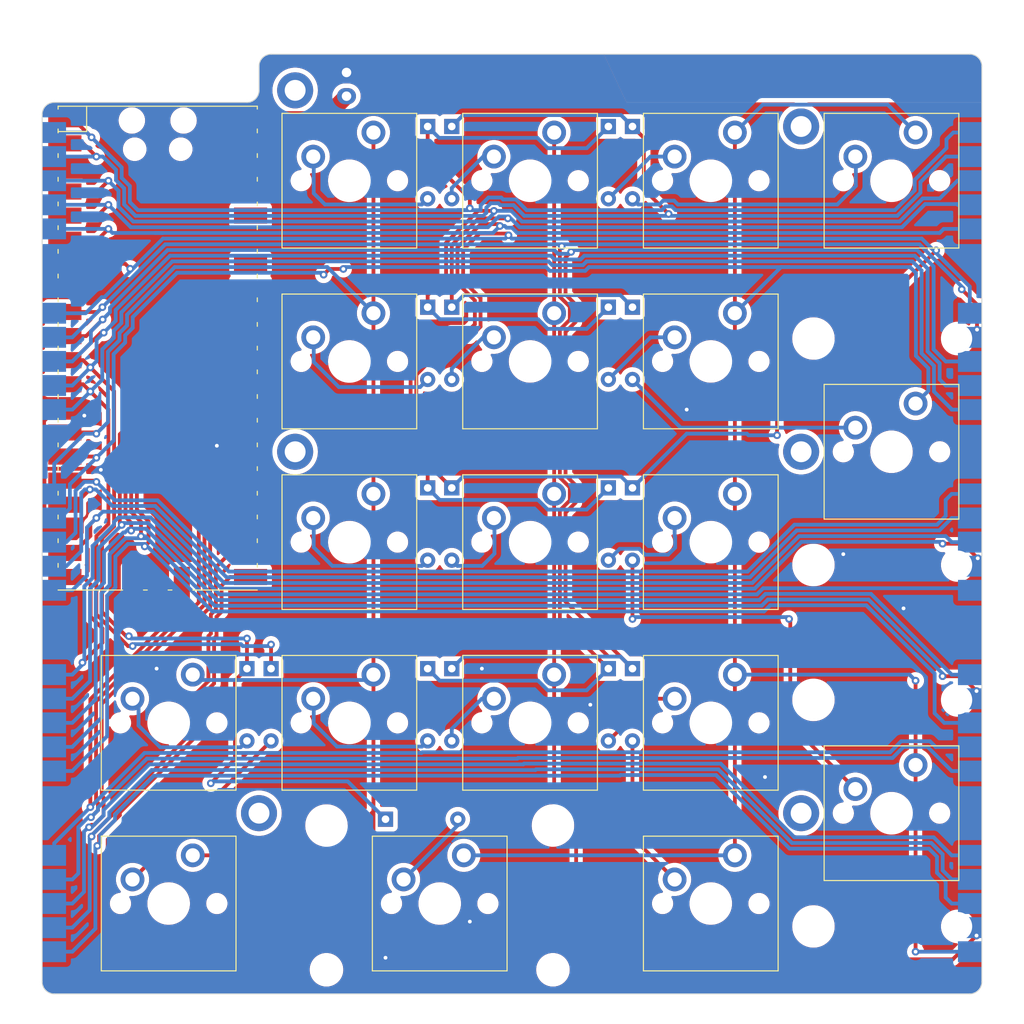
<source format=kicad_pcb>
(kicad_pcb (version 20221018) (generator pcbnew)
  (layers (0 "F.Cu" signal) (31 "B.Cu" signal) (34 "B.Paste" user) (35 "F.Paste" user) (36 "B.SilkS" user "B.Silkscreen") (37 "F.SilkS" user "F.Silkscreen") (38 "B.Mask" user) (39 "F.Mask" user) (44 "Edge.Cuts" user))
  (net 0 "")
  (net 1 "row1")
  (net 2 "Net-(D1-A)")
  (net 3 "Net-(D2-A)")
  (net 4 "Net-(D3-A)")
  (net 5 "Net-(D4-A)")
  (net 6 "row2")
  (net 7 "Net-(D5-A)")
  (net 8 "Net-(D6-A)")
  (net 9 "Net-(D7-A)")
  (net 10 "Net-(D8-A)")
  (net 11 "row3")
  (net 12 "Net-(D9-A)")
  (net 13 "row4")
  (net 14 "Net-(D10-A)")
  (net 15 "Net-(D11-A)")
  (net 16 "Net-(D12-A)")
  (net 17 "Net-(D13-A)")
  (net 18 "Net-(D14-A)")
  (net 19 "Net-(D15-A)")
  (net 20 "Net-(D16-A)")
  (net 21 "row5")
  (net 22 "Net-(D17-A)")
  (net 23 "Net-(D19-A)")
  (net 24 "Earth")
  (net 25 "col1")
  (net 26 "col2")
  (net 27 "col3")
  (net 28 "col4")
  (net 29 "col5")
  (net 30 "col6")
  (net 31 "col7")
  (net 32 "col8")
  (net 33 "col9")
  (net 34 "col10")
  (net 35 "col11")
  (net 36 "col12")
  (net 37 "col13")
  (net 38 "col14")
  (net 39 "col15")
  (net 46 "Net-(D18-A)")
  (net 47 "row6")
  (net 48 "row7")
  (net 49 "row8")
  (net 50 "row10")
  (net 53 "row9")
  (net 54 "+5V")
  (footprint "PCM_Mounting_Keyboard_Stabilizer:Stabilizer_Cherry_MX_2.00u" (layer "F.Cu") (at 52.705 114.3 180)
    (fp_text reference "REF**" hide)
    (fp_text value "Stabilizer_Cherry_MX_2.00u" hide)
  )
  (footprint "PCM_Switch_Keyboard_Cherry_MX:SW_Cherry_MX_PCB_2.00u_90deg" (layer "F.Cu") (at 100.33 104.775)
    (fp_text reference "SW19" hide)
    (fp_text value "SW_Push_45deg" hide)
  )
  (footprint "Elkboard:PinHeader_1x05_P2.54mm_Vertical Bottom Only" (layer "F.Cu") (at 108.585 52.075)
    (fp_text reference "J7" hide)
    (fp_text value "Conn_01x05" hide)
  )
  (footprint "PCM_Switch_Keyboard_Cherry_MX:SW_Cherry_MX_PCB_1.00u" (layer "F.Cu") (at 81.28 38.1)
    (fp_text reference "SW12" hide)
    (fp_text value "SW_Push_45deg" hide)
  )
  (footprint "Elkboard:D_DO-35_SOD27_P7.62mm_Horizontal_no_front_silk" (layer "F.Cu") (at 70.485 70.485 -90)
    (fp_text reference "D14" hide)
    (fp_text value "1N4148" hide)
  )
  (footprint "PCM_Mounting_Keyboard_Stabilizer:Stabilizer_Cherry_MX_2.00u" (layer "F.Cu") (at 100.33 66.675 -90)
    (fp_text reference "REF**" hide)
    (fp_text value "Stabilizer_Cherry_MX_2.00u" hide)
  )
  (footprint "Elkboard:D_DO-35_SOD27_P7.62mm_Horizontal_no_front_silk" (layer "F.Cu") (at 51.435 32.385 -90)
    (fp_text reference "D3" hide)
    (fp_text value "1N4148" hide)
  )
  (footprint "Elkboard:D_DO-35_SOD27_P7.62mm_Horizontal_no_front_silk" (layer "F.Cu") (at 32.385 89.535 -90)
    (fp_text reference "D1" hide)
    (fp_text value "1N4148" hide)
  )
  (footprint "Elkboard:PinHeader_1x05_P2.54mm_Vertical Bottom Only" (layer "F.Cu") (at 12.065 90.17)
    (fp_text reference "J4" hide)
    (fp_text value "Conn_01x05" hide)
  )
  (footprint "Elkboard:D_DO-35_SOD27_P7.62mm_Horizontal_no_front_silk" (layer "F.Cu") (at 53.975 32.385 -90)
    (fp_text reference "D7" hide)
    (fp_text value "1N4148" hide)
  )
  (footprint "Elkboard:PinHeader_1x05_P2.54mm_Vertical Bottom Only" (layer "F.Cu") (at 12.065 33.02)
    (fp_text reference "J1" hide)
    (fp_text value "Conn_01x05" hide)
  )
  (footprint "MountingHole:MountingHole_2.2mm_M2_DIN965_Pad" (layer "F.Cu") (at 90.805 104.775)
    (fp_text reference "REF**" hide)
    (fp_text value "MountingHole_2.2mm_M2_DIN965_Pad" hide)
  )
  (footprint "PCM_Switch_Keyboard_Cherry_MX:SW_Cherry_MX_PCB_2.00u_90deg" (layer "F.Cu") (at 100.33 66.675)
    (fp_text reference "SW18" hide)
    (fp_text value "SW_Push_45deg" hide)
  )
  (footprint "PCM_Switch_Keyboard_Cherry_MX:SW_Cherry_MX_PCB_1.00u" (layer "F.Cu") (at 43.18 57.15)
    (fp_text reference "SW4" hide)
    (fp_text value "SW_Push_45deg" hide)
  )
  (footprint "Elkboard:D_DO-35_SOD27_P7.62mm_Horizontal_no_front_silk" (layer "F.Cu") (at 51.435 51.435 -90)
    (fp_text reference "D4" hide)
    (fp_text value "1N4148" hide)
  )
  (footprint "Elkboard:D_DO-35_SOD27_P7.62mm_Horizontal_no_front_silk" (layer "F.Cu") (at 34.925 89.535 -90)
    (fp_text reference "D2" hide)
    (fp_text value "1N4148" hide)
  )
  (footprint "PCM_Switch_Keyboard_Cherry_MX:SW_Cherry_MX_PCB_1.00u" (layer "F.Cu") (at 81.28 76.2)
    (fp_text reference "SW14" hide)
    (fp_text value "SW_Push_45deg" hide)
  )
  (footprint "MountingHole:MountingHole_2.2mm_M2_DIN965_Pad" (layer "F.Cu") (at 90.805 32.385)
    (fp_text reference "REF**" hide)
    (fp_text value "MountingHole_2.2mm_M2_DIN965_Pad" hide)
  )
  (footprint "PCM_Switch_Keyboard_Cherry_MX:SW_Cherry_MX_PCB_1.00u" (layer "F.Cu") (at 62.23 57.15)
    (fp_text reference "SW8" hide)
    (fp_text value "SW_Push_45deg" hide)
  )
  (footprint "PCM_Switch_Keyboard_Cherry_MX:SW_Cherry_MX_PCB_1.00u" (layer "F.Cu") (at 43.18 76.2)
    (fp_text reference "SW5" hide)
    (fp_text value "SW_Push_45deg" hide)
  )
  (footprint "Elkboard:PinHeader_1x05_P2.54mm_Vertical Bottom Only" (layer "F.Cu") (at 12.065 109.22)
    (fp_text reference "J5" hide)
    (fp_text value "Conn_01x05" hide)
  )
  (footprint "Elkboard:PinHeader_1x05_P2.54mm_Vertical Bottom Only" (layer "F.Cu") (at 108.585 71.12)
    (fp_text reference "J8" hide)
    (fp_text value "Conn_01x05" hide)
  )
  (footprint "PCM_Mounting_Keyboard_Stabilizer:Stabilizer_Cherry_MX_2.00u" (layer "F.Cu") (at 100.33 104.775 -90)
    (fp_text reference "REF**" hide)
    (fp_text value "Stabilizer_Cherry_MX_2.00u" hide)
  )
  (footprint "Elkboard:PinHeader_1x05_P2.54mm_Vertical Bottom Only" (layer "F.Cu") (at 108.585 109.22)
    (fp_text reference "J10" hide)
    (fp_text value "Conn_01x05" hide)
  )
  (footprint "Elkboard:D_DO-35_SOD27_P7.62mm_Horizontal_no_front_silk" (layer "F.Cu") (at 51.435 89.535 -90)
    (fp_text reference "D6" hide)
    (fp_text value "1N4148" hide)
  )
  (footprint "PCM_Switch_Keyboard_Cherry_MX:SW_Cherry_MX_PCB_1.00u" (layer "F.Cu") (at 81.28 114.3)
    (fp_text reference "SW16" hide)
    (fp_text value "SW_Push_45deg" hide)
  )
  (footprint "Elkboard:PinHeader_1x05_P2.54mm_Vertical Bottom Only" (layer "F.Cu") (at 12.065 71.12)
    (fp_text reference "J3" hide)
    (fp_text value "Conn_01x05" hide)
  )
  (footprint "Elkboard:D_DO-35_SOD27_P7.62mm_Horizontal_no_front_silk" (layer "F.Cu") (at 53.975 70.485 -90)
    (fp_text reference "D9" hide)
    (fp_text value "1N4148" hide)
  )
  (footprint "MountingHole:MountingHole_2.2mm_M2_DIN965_Pad" (layer "F.Cu") (at 37.465 28.575)
    (fp_text reference "REF**" hide)
    (fp_text value "MountingHole_2.2mm_M2_DIN965_Pad" hide)
  )
  (footprint "Elkboard:D_DO-35_SOD27_P7.62mm_Horizontal_no_front_silk" (layer "F.Cu") (at 53.975 89.535 -90)
    (fp_text reference "D10" hide)
    (fp_text value "1N4148" hide)
  )
  (footprint "PCM_Switch_Keyboard_Cherry_MX:SW_Cherry_MX_PCB_1.00u" (layer "F.Cu") (at 62.23 95.25)
    (fp_text reference "SW10" hide)
    (fp_text value "SW_Push_45deg" hide)
  )
  (footprint "Elkboard:PinHeader_1x05_P2.54mm_Vertical Bottom Only" (layer "F.Cu") (at 108.585 90.175)
    (fp_text reference "J9" hide)
    (fp_text value "Conn_01x05" hide)
  )
  (footprint "Elkboard:D_DO-35_SOD27_P7.62mm_Horizontal_no_front_silk" (layer "F.Cu") (at 73.025 32.385 -90)
    (fp_text reference "D17" hide)
    (fp_text value "1N4148" hide)
  )
  (footprint "Elkboard:PinHeader_1x05_P2.54mm_Vertical Bottom Only" (layer "F.Cu") (at 108.585 33.02)
    (fp_text reference "J6" hide)
    (fp_text value "Conn_01x05" hide)
  )
  (footprint "Elkboard:D_DO-35_SOD27_P7.62mm_Horizontal_no_front_silk" (layer "F.Cu") (at 53.975 51.435 -90)
    (fp_text reference "D8" hide)
    (fp_text value "1N4148" hide)
  )
  (footprint "MCU_RaspberryPi_and_Boards:RPi_Pico_SMD_TH" (layer "F.Cu") (at 22.975 55.75)
    (fp_text reference "U1" hide)
    (fp_text value "Pico" hide)
  )
  (footprint "PCM_Switch_Keyboard_Cherry_MX:SW_Cherry_MX_PCB_1.00u" (layer "F.Cu") (at 62.23 76.2)
    (fp_text reference "SW9" hide)
    (fp_text value "SW_Push_45deg" hide)
  )
  (footprint "Elkboard:D_DO-35_SOD27_P7.62mm_Horizontal_no_front_silk" (layer "F.Cu") (at 70.485 51.435 -90)
    (fp_text reference "D13" hide)
    (fp_text value "1N4148" hide)
  )
  (footprint "PCM_Switch_Keyboard_Cherry_MX:SW_Cherry_MX_PCB_1.00u" (layer "F.Cu") (at 43.18 95.25)
    (fp_text reference "SW6" hide)
    (fp_text value "SW_Push_45deg" hide)
  )
  (footprint "Elkboard:D_DO-35_SOD27_P7.62mm_Horizontal_no_front_silk" (layer "F.Cu") (at 73.025 89.535 -90)
    (fp_text reference "D16" hide)
    (fp_text value "1N4148" hide)
  )
  (footprint "PCM_Switch_Keyboard_Cherry_MX:SW_Cherry_MX_PCB_1.00u" (layer "F.Cu") (at 100.33 38.1)
    (fp_text reference "SW17" hide)
    (fp_text value "SW_Push_45deg" hide)
  )
  (footprint "Elkboard:D_DO-35_SOD27_P7.62mm_Horizontal_no_front_silk" (layer "F.Cu") (at 73.025 70.485 -90)
    (fp_text reference "D19" hide)
    (fp_text value "1N4148" hide)
  )
  (footprint "PCM_Switch_Keyboard_Cherry_MX:SW_Cherry_MX_PCB_1.00u" (layer "F.Cu") (at 24.13 114.3)
    (fp_text reference "SW2" hide)
    (fp_text value "SW_Push_45deg" hide)
  )
  (footprint "PCM_Switch_Keyboard_Cherry_MX:SW_Cherry_MX_PCB_1.00u" (layer "F.Cu") (at 81.28 57.15)
    (fp_text reference "SW13" hide)
    (fp_text value "SW_Push_45deg" hide)
  )
  (footprint "Elkboard:D_DO-35_SOD27_P7.62mm_Horizontal_no_front_silk" (layer "F.Cu") (at 51.435 70.485 -90)
    (fp_text reference "D5" hide)
    (fp_text value "1N4148" hide)
  )
  (footprint "PCM_Switch_Keyboard_Cherry_MX:SW_Cherry_MX_PCB_2.00u" (layer "F.Cu") (at 52.705 114.3)
    (fp_text reference "SW11" hide)
    (fp_text value "SW_Push_45deg" hide)
  )
  (footprint "PCM_Switch_Keyboard_Cherry_MX:SW_Cherry_MX_PCB_1.00u" (layer "F.Cu") (at 62.23 38.1)
    (fp_text reference "SW7" hide)
    (fp_text value "SW_Push_45deg" hide)
  )
  (footprint "Elkboard:D_DO-35_SOD27_P7.62mm_Horizontal_no_front_silk" (layer "F.Cu") (at 46.99 105.41)
    (fp_text reference "D11" hide)
    (fp_text value "1N4148" hide)
  )
  (footprint "MountingHole:MountingHole_2.2mm_M2_DIN965_Pad" (layer "F.Cu") (at 33.655 104.775)
    (fp_text reference "REF**" hide)
    (fp_text value "MountingHole_2.2mm_M2_DIN965_Pad" hide)
  )
  (footprint "Elkboard:D_DO-35_SOD27_P7.62mm_Horizontal_no_front_silk" (layer "F.Cu") (at 73.025 51.435 -90)
    (fp_text reference "D18" hide)
    (fp_text value "1N4148" hide)
  )
  (footprint "Elkboard:PinHeader_1x05_P2.54mm_Vertical Bottom Only" (layer "F.Cu") (at 12.065 52.07)
    (fp_text reference "J2" hide)
    (fp_text value "Conn_01x05" hide)
  )
  (footprint "MountingHole:MountingHole_2.2mm_M2_DIN965_Pad" (layer "F.Cu") (at 37.465 66.675)
    (fp_text reference "REF**" hide)
    (fp_text value "MountingHole_2.2mm_M2_DIN965_Pad" hide)
  )
  (footprint "Elkboard:D_DO-35_SOD27_P7.62mm_Horizontal_no_front_silk" (layer "F.Cu") (at 70.485 89.535 -90)
    (fp_text reference "D15" hide)
    (fp_text value "1N4148" hide)
  )
  (footprint "PCM_Switch_Keyboard_Cherry_MX:SW_Cherry_MX_PCB_1.00u" (layer "F.Cu") (at 81.28 95.25)
    (fp_text reference "SW15" hide)
    (fp_text value "SW_Push_45deg" hide)
  )
  (footprint "Elkboard:D_DO-35_SOD27_P7.62mm_Horizontal_no_front_silk" (layer "F.Cu") (at 70.485 32.385 -90)
    (fp_text reference "D12" hide)
    (fp_text value "1N4148" hide)
  )
  (footprint "PCM_Switch_Keyboard_Cherry_MX:SW_Cherry_MX_PCB_1.00u" (layer "F.Cu") (at 24.13 95.25)
    (fp_text reference "SW1" hide)
    (fp_text value "SW_Push_45deg" hide)
  )
  (footprint "MountingHole:MountingHole_2.2mm_M2_DIN965_Pad" (layer "F.Cu") (at 90.805 66.675)
    (fp_text reference "REF**" hide)
    (fp_text value "MountingHole_2.2mm_M2_DIN965_Pad" hide)
  )
  (footprint "PCM_Switch_Keyboard_Cherry_MX:SW_Cherry_MX_PCB_1.00u" (layer "F.Cu") (at 43.18 38.1)
    (fp_text reference "SW3" hide)
    (fp_text value "SW_Push_45deg" hide)
  )
  (footprint "Connector_JST:JST_EH_B2B-EH-A_1x02_P2.50mm_Vertical" (layer "B.Cu") (at 42.88 26.69 -90)
    (fp_text reference "J11" hide)
    (fp_text value "Conn_01x02")
  )
  (gr_arc (start 33.655 28.575) (mid 33.283017 29.473017) (end 32.385 29.845) (stroke (width 0.1)) (layer "Edge.Cuts"))
  (gr_arc (start 109.855 122.555) (mid 109.483033 123.453033) (end 108.585 123.825) (stroke (width 0.1)) (layer "Edge.Cuts"))
  (gr_line (start 34.925 24.765) (end 108.585 24.765) (stroke (width 0.1)) (layer "Edge.Cuts"))
  (gr_line (start 33.655 28.575) (end 33.655 26.035) (stroke (width 0.1)) (layer "Edge.Cuts"))
  (gr_arc (start 10.795 31.115) (mid 11.166983 30.216983) (end 12.065 29.845) (stroke (width 0.1)) (layer "Edge.Cuts"))
  (gr_arc (start 33.655 26.035) (mid 34.026983 25.136983) (end 34.925 24.765) (stroke (width 0.1)) (layer "Edge.Cuts"))
  (gr_arc (start 108.585 24.765) (mid 109.483052 25.136964) (end 109.855 26.035) (stroke (width 0.1)) (layer "Edge.Cuts"))
  (gr_arc (start 12.065 123.825) (mid 11.166965 123.453021) (end 10.795 122.555) (stroke (width 0.1)) (layer "Edge.Cuts"))
  (gr_line (start 12.065 123.825) (end 108.585 123.825) (stroke (width 0.1)) (layer "Edge.Cuts"))
  (gr_line (start 109.855 122.555) (end 109.855 26.035) (stroke (width 0.1)) (layer "Edge.Cuts"))
  (gr_line (start 12.065 29.845) (end 32.385 29.845) (stroke (width 0.1)) (layer "Edge.Cuts"))
  (gr_line (start 10.795 122.555) (end 10.795 31.115) (stroke (width 0.1)) (layer "Edge.Cuts"))
  (gr_text "Elkboard 4x5x15" (at 83.185 27.94) (layer "F.Cu") (effects (font (size 1.5 1.5) (thickness 0.3) bold) (justify left bottom)))
  (gr_text "Rev 4.23" (at 97.79 29.21) (layer "F.Cu") (effects (font (size 0.75 0.75) (thickness 0.15) bold) (justify left bottom)))
  (gr_text "𐂂" (at 78.74 29.21) (layer "F.Cu") (effects (font (size 2.5 2.5) (thickness 0.3) bold) (justify left bottom)))
  (segment (start 51.435 35.56) (end 55.88 40.005) (width 0.4) (layer "F.Cu") (net 1))
  (segment (start 51.435 32.385) (end 51.435 35.56) (width 0.4) (layer "F.Cu") (net 1))
  (segment (start 14.085 31.62) (end 14.094 31.62) (width 0.4) (layer "F.Cu") (net 1))
  (segment (start 14.094 31.62) (end 16.002 33.528) (width 0.4) (layer "F.Cu") (net 1))
  (segment (start 55.88 40.005) (end 55.88 41.0055) (width 0.4) (layer "F.Cu") (net 1))
  (via (at 16.002 33.528) (size 0.8) (drill 0.4) (layers "F.Cu" "B.Cu") (net 1))
  (via (at 55.88 41.0055) (size 0.8) (drill 0.4) (layers "F.Cu" "B.Cu") (net 1))
  (segment (start 52.635 33.585) (end 63.001547 33.585) (width 0.4) (layer "B.Cu") (net 1))
  (segment (start 106.127589 34.66005) (end 106.127589 33.737589) (width 0.4) (layer "B.Cu") (net 1))
  (segment (start 20.890584 41.205) (end 20.039264 40.35368) (width 0.4) (layer "B.Cu") (net 1))
  (segment (start 19.18 37.802944) (end 19.18 36.706) (width 0.4) (layer "B.Cu") (net 1))
  (segment (start 68.2 34.67) (end 70.485 32.385) (width 0.4) (layer "B.Cu") (net 1))
  (segment (start 59.3914 40.075) (end 60.740177 40.075) (width 0.4) (layer "B.Cu") (net 1))
  (segment (start 20.039264 38.662208) (end 19.18 37.802944) (width 0.4) (layer "B.Cu") (net 1))
  (segment (start 20.039264 40.35368) (end 20.039264 38.662208) (width 0.4) (layer "B.Cu") (net 1))
  (segment (start 77.565871 41.205) (end 100.689822 41.205) (width 0.4) (layer "B.Cu") (net 1))
  (segment (start 60.740177 40.075) (end 61.870177 41.205) (width 0.4) (layer "B.Cu") (net 1))
  (segment (start 102.78 38.007639) (end 106.127589 34.66005) (width 0.4) (layer "B.Cu") (net 1))
  (segment (start 54.61 41.205) (end 20.890584 41.205) (width 0.4) (layer "B.Cu") (net 1))
  (segment (start 63.001547 33.585) (end 64.086547 34.67) (width 0.4) (layer "B.Cu") (net 1))
  (segment (start 106.127589 33.737589) (end 106.845177 33.02) (width 0.4) (layer "B.Cu") (net 1))
  (segment (start 77.166371 40.8055) (end 77.565871 41.205) (width 0.4) (layer "B.Cu") (net 1))
  (segment (start 59.1914 39.875) (end 59.3914 40.075) (width 0.4) (layer "B.Cu") (net 1))
  (segment (start 55.6805 41.205) (end 54.61 41.205) (width 0.4) (layer "B.Cu") (net 1))
  (segment (start 54.61 41.205) (end 57.02 41.205) (width 0.4) (layer "B.Cu") (net 1))
  (segment (start 61.870177 41.205) (end 76.104129 41.205) (width 0.4) (layer "B.Cu") (net 1))
  (segment (start 100.689822 41.205) (end 102.78 39.114823) (width 0.4) (layer "B.Cu") (net 1))
  (segment (start 51.435 32.385) (end 52.635 33.585) (width 0.4) (layer "B.Cu") (net 1))
  (segment (start 12.065 33.02) (end 15.494 33.02) (width 0.4) (layer "B.Cu") (net 1))
  (segment (start 102.78 39.114823) (end 102.78 38.007639) (width 0.4) (layer "B.Cu") (net 1))
  (segment (start 76.503629 40.8055) (end 77.166371 40.8055) (width 0.4) (layer "B.Cu") (net 1))
  (segment (start 19.18 36.706) (end 16.002 33.528) (width 0.4) (layer "B.Cu") (net 1))
  (segment (start 55.88 41.0055) (end 55.6805 41.205) (width 0.4) (layer "B.Cu") (net 1))
  (segment (start 15.494 33.02) (end 16.002 33.528) (width 0.4) (layer "B.Cu") (net 1))
  (segment (start 57.02 40.695101) (end 57.840101 39.875) (width 0.4) (layer "B.Cu") (net 1))
  (segment (start 106.845177 33.02) (end 108.585 33.02) (width 0.4) (layer "B.Cu") (net 1))
  (segment (start 76.104129 41.205) (end 76.503629 40.8055) (width 0.4) (layer "B.Cu") (net 1))
  (segment (start 57.840101 39.875) (end 59.1914 39.875) (width 0.4) (layer "B.Cu") (net 1))
  (segment (start 57.02 41.205) (end 57.02 40.695101) (width 0.4) (layer "B.Cu") (net 1))
  (segment (start 64.086547 34.67) (end 68.2 34.67) (width 0.4) (layer "B.Cu") (net 1))
  (segment (start 23.240177 97.825) (end 20.955 95.539823) (width 0.4) (layer "B.Cu") (net 2))
  (segment (start 32.385 97.155) (end 31.715 97.825) (width 0.4) (layer "B.Cu") (net 2))
  (segment (start 31.715 97.825) (end 23.240177 97.825) (width 0.4) (layer "B.Cu") (net 2))
  (segment (start 20.955 93.345) (end 20.32 92.71) (width 0.4) (layer "B.Cu") (net 2))
  (segment (start 20.955 95.539823) (end 20.955 93.345) (width 0.4) (layer "B.Cu") (net 2))
  (segment (start 20.32 111.76) (end 34.925 97.155) (width 0.4) (layer "F.Cu") (net 3))
  (segment (start 40.605 40.605) (end 50.835 40.605) (width 0.4) (layer "B.Cu") (net 4))
  (segment (start 39.425 35.615) (end 39.425 39.425) (width 0.4) (layer "B.Cu") (net 4))
  (segment (start 50.835 40.605) (end 51.435 40.005) (width 0.4) (layer "B.Cu") (net 4))
  (segment (start 39.425 39.425) (end 40.605 40.605) (width 0.4) (layer "B.Cu") (net 4))
  (segment (start 39.37 35.56) (end 39.425 35.615) (width 0.4) (layer "B.Cu") (net 4))
  (segment (start 39.425 54.665) (end 39.37 54.61) (width 0.4) (layer "B.Cu") (net 5))
  (segment (start 50.635001 59.854999) (end 42.074999 59.854999) (width 0.4) (layer "B.Cu") (net 5))
  (segment (start 42.074999 59.854999) (end 39.425 57.205) (width 0.4) (layer "B.Cu") (net 5))
  (segment (start 51.435 59.055) (end 50.635001 59.854999) (width 0.4) (layer "B.Cu") (net 5))
  (segment (start 39.425 57.205) (end 39.425 54.665) (width 0.4) (layer "B.Cu") (net 5))
  (segment (start 73.025 32.385) (end 74.225 33.585) (width 0.4) (layer "F.Cu") (net 6))
  (segment (start 14.085 34.16) (end 15.11 34.16) (width 0.4) (layer "F.Cu") (net 6))
  (segment (start 74.225 38.9955) (end 76.835 41.6055) (width 0.4) (layer "F.Cu") (net 6))
  (segment (start 15.11 34.16) (end 16.51 35.56) (width 0.4) (layer "F.Cu") (net 6))
  (segment (start 74.225 33.585) (end 74.225 38.9955) (width 0.4) (layer "F.Cu") (net 6))
  (via (at 76.835 41.6055) (size 0.8) (drill 0.4) (layers "F.Cu" "B.Cu") (net 6))
  (via (at 16.51 35.56) (size 0.8) (drill 0.4) (layers "F.Cu" "B.Cu") (net 6))
  (segment (start 18.58 36.954528) (end 17.185472 35.56) (width 0.4) (layer "B.Cu") (net 6))
  (segment (start 57.62 41.480573) (end 57.295573 41.805) (width 0.4) (layer "B.Cu") (net 6))
  (segment (start 55.175 31.185) (end 53.975 32.385) (width 0.4) (layer "B.Cu") (net 6))
  (segment (start 108.585 35.56) (end 106.076167 35.56) (width 0.4) (layer "B.Cu") (net 6))
  (segment (start 58.088629 40.475) (end 57.62 40.943629) (width 0.4) (layer "B.Cu") (net 6))
  (segment (start 60.491649 40.675) (end 59.09 40.675) (width 0.4) (layer "B.Cu") (net 6))
  (segment (start 106.076167 35.56) (end 103.38 38.256167) (width 0.4) (layer "B.Cu") (net 6))
  (segment (start 59.09 40.675) (end 58.89 40.475) (width 0.4) (layer "B.Cu") (net 6))
  (segment (start 17.185472 35.56) (end 15.24 35.56) (width 0.4) (layer "B.Cu") (net 6))
  (segment (start 19.439264 38.910736) (end 18.58 38.051472) (width 0.4) (layer "B.Cu") (net 6))
  (segment (start 71.825 31.185) (end 55.175 31.185) (width 0.4) (layer "B.Cu") (net 6))
  (segment (start 19.439264 40.602208) (end 19.439264 38.910736) (width 0.4) (layer "B.Cu") (net 6))
  (segment (start 103.38 38.256167) (end 103.38 39.363351) (width 0.4) (layer "B.Cu") (net 6))
  (segment (start 57.295573 41.805) (end 20.642056 41.805) (width 0.4) (layer "B.Cu") (net 6))
  (segment (start 103.38 39.363351) (end 100.938351 41.805) (width 0.4) (layer "B.Cu") (net 6))
  (segment (start 18.58 38.051472) (end 18.58 36.954528) (width 0.4) (layer "B.Cu") (net 6))
  (segment (start 12.065 35.56) (end 15.24 35.56) (width 0.4) (layer "B.Cu") (net 6))
  (segment (start 58.89 40.475) (end 58.088629 40.475) (width 0.4) (layer "B.Cu") (net 6))
  (segment (start 61.621649 41.805) (end 60.491649 40.675) (width 0.4) (layer "B.Cu") (net 6))
  (segment (start 16.51 35.56) (end 15.24 35.56) (width 0.4) (layer "B.Cu") (net 6))
  (segment (start 73.025 32.385) (end 71.825 31.185) (width 0.4) (layer "B.Cu") (net 6))
  (segment (start 57.62 40.943629) (end 57.62 41.480573) (width 0.4) (layer "B.Cu") (net 6))
  (segment (start 100.938351 41.805) (end 61.621649 41.805) (width 0.4) (layer "B.Cu") (net 6))
  (segment (start 20.642056 41.805) (end 19.439264 40.602208) (width 0.4) (layer "B.Cu") (net 6))
  (segment (start 41.381167 78.705) (end 39.425 76.748833) (width 0.4) (layer "B.Cu") (net 7))
  (segment (start 39.425 76.748833) (end 39.425 73.715) (width 0.4) (layer "B.Cu") (net 7))
  (segment (start 51.435 78.105) (end 50.835 78.705) (width 0.4) (layer "B.Cu") (net 7))
  (segment (start 39.425 73.715) (end 39.37 73.66) (width 0.4) (layer "B.Cu") (net 7))
  (segment (start 50.835 78.705) (end 41.381167 78.705) (width 0.4) (layer "B.Cu") (net 7))
  (segment (start 41.875 97.755) (end 39.425 95.305) (width 0.4) (layer "B.Cu") (net 8))
  (segment (start 50.835 97.755) (end 41.875 97.755) (width 0.4) (layer "B.Cu") (net 8))
  (segment (start 51.435 97.155) (end 50.835 97.755) (width 0.4) (layer "B.Cu") (net 8))
  (segment (start 39.425 95.305) (end 39.425 92.765) (width 0.4) (layer "B.Cu") (net 8))
  (segment (start 39.425 92.765) (end 39.37 92.71) (width 0.4) (layer "B.Cu") (net 8))
  (segment (start 57.28863 35.56) (end 58.42 35.56) (width 0.4) (layer "B.Cu") (net 9))
  (segment (start 53.975 38.87363) (end 57.28863 35.56) (width 0.4) (layer "B.Cu") (net 9))
  (segment (start 53.975 40.005) (end 53.975 38.87363) (width 0.4) (layer "B.Cu") (net 9))
  (segment (start 57.28863 54.61) (end 58.42 54.61) (width 0.4) (layer "B.Cu") (net 10))
  (segment (start 53.975 59.055) (end 53.975 57.92363) (width 0.4) (layer "B.Cu") (net 10))
  (segment (start 53.975 57.92363) (end 57.28863 54.61) (width 0.4) (layer "B.Cu") (net 10))
  (segment (start 56.741871 41.275) (end 58.42 41.275) (width 0.4) (layer "F.Cu") (net 11))
  (segment (start 16.64 39.24) (end 17.78 38.1) (width 0.4) (layer "F.Cu") (net 11))
  (segment (start 51.435 50.165) (end 53.375 48.225) (width 0.4) (layer "F.Cu") (net 11))
  (segment (start 51.435 51.435) (end 51.435 50.165) (width 0.4) (layer "F.Cu") (net 11))
  (segment (start 53.375 48.225) (end 53.375 44.64187) (width 0.4) (layer "F.Cu") (net 11))
  (segment (start 14.085 39.24) (end 16.64 39.24) (width 0.4) (layer "F.Cu") (net 11))
  (segment (start 53.375 44.64187) (end 56.741871 41.275) (width 0.4) (layer "F.Cu") (net 11))
  (via (at 58.42 41.275) (size 0.8) (drill 0.4) (layers "F.Cu" "B.Cu") (net 11))
  (via (at 17.78 38.1) (size 0.8) (drill 0.4) (layers "F.Cu" "B.Cu") (net 11))
  (segment (start 108.585 38.1) (end 107.283833 38.1) (width 0.4) (layer "B.Cu") (net 11))
  (segment (start 101.186879 42.405) (end 61.373121 42.405) (width 0.4) (layer "B.Cu") (net 11))
  (segment (start 63.071547 52.705) (end 64.086547 53.72) (width 0.4) (layer "B.Cu") (net 11))
  (segment (start 64.086547 53.72) (end 68.2 53.72) (width 0.4) (layer "B.Cu") (net 11))
  (segment (start 51.435 51.435) (end 52.705 52.705) (width 0.4) (layer "B.Cu") (net 11))
  (segment (start 60.243121 41.275) (end 58.42 41.275) (width 0.4) (layer "B.Cu") (net 11))
  (segment (start 58.42 41.275) (end 58.42 41.529101) (width 0.4) (layer "B.Cu") (net 11))
  (segment (start 105.420481 39.963351) (end 103.628528 39.963351) (width 0.4) (layer "B.Cu") (net 11))
  (segment (start 61.373121 42.405) (end 60.243121 41.275) (width 0.4) (layer "B.Cu") (net 11))
  (segment (start 103.628528 39.963351) (end 101.186879 42.405) (width 0.4) (layer "B.Cu") (net 11))
  (segment (start 58.42 41.529101) (end 57.544101 42.405) (width 0.4) (layer "B.Cu") (net 11))
  (segment (start 20.393528 42.405) (end 18.839264 40.850736) (width 0.4) (layer "B.Cu") (net 11))
  (segment (start 52.705 52.705) (end 63.071547 52.705) (width 0.4) (layer "B.Cu") (net 11))
  (segment (start 12.065 38.1) (end 17.78 38.1) (width 0.4) (layer "B.Cu") (net 11))
  (segment (start 18.839264 39.159264) (end 17.78 38.1) (width 0.4) (layer "B.Cu") (net 11))
  (segment (start 57.544101 42.405) (end 20.393528 42.405) (width 0.4) (layer "B.Cu") (net 11))
  (segment (start 18.839264 40.850736) (end 18.839264 39.159264) (width 0.4) (layer "B.Cu") (net 11))
  (segment (start 68.2 53.72) (end 70.485 51.435) (width 0.4) (layer "B.Cu") (net 11))
  (segment (start 107.283833 38.1) (end 105.420481 39.963351) (width 0.4) (layer "B.Cu") (net 11))
  (segment (start 58.475 73.715) (end 58.475 77.415) (width 0.4) (layer "B.Cu") (net 12))
  (segment (start 57.185 78.705) (end 54.575 78.705) (width 0.4) (layer "B.Cu") (net 12))
  (segment (start 58.475 77.415) (end 57.185 78.705) (width 0.4) (layer "B.Cu") (net 12))
  (segment (start 54.575 78.705) (end 53.975 78.105) (width 0.4) (layer "B.Cu") (net 12))
  (segment (start 58.42 73.66) (end 58.475 73.715) (width 0.4) (layer "B.Cu") (net 12))
  (segment (start 16.64 41.78) (end 17.78 40.64) (width 0.4) (layer "F.Cu") (net 13))
  (segment (start 56.790899 42.0745) (end 53.975 44.890399) (width 0.4) (layer "F.Cu") (net 13))
  (segment (start 59.8932 42.0745) (end 56.790899 42.0745) (width 0.4) (layer "F.Cu") (net 13))
  (segment (start 14.085 41.78) (end 16.64 41.78) (width 0.4) (layer "F.Cu") (net 13))
  (segment (start 53.975 44.890399) (end 53.975 51.435) (width 0.4) (layer "F.Cu") (net 13))
  (via (at 17.78 40.64) (size 0.8) (drill 0.4) (layers "F.Cu" "B.Cu") (net 13))
  (via (at 59.8932 42.0745) (size 0.8) (drill 0.4) (layers "F.Cu" "B.Cu") (net 13))
  (segment (start 20.145 43.005) (end 57.792629 43.005) (width 0.4) (layer "B.Cu") (net 13))
  (segment (start 101.435407 43.005) (end 103.877056 40.563351) (width 0.4) (layer "B.Cu") (net 13))
  (segment (start 71.755 50.165) (end 73.025 51.435) (width 0.4) (layer "B.Cu") (net 13))
  (segment (start 58.723629 42.074) (end 58.7544 42.074) (width 0.4) (layer "B.Cu") (net 13))
  (segment (start 103.877056 40.563351) (end 107.238351 40.563351) (width 0.4) (layer "B.Cu") (net 13))
  (segment (start 17.78 40.64) (end 20.145 43.005) (width 0.4) (layer "B.Cu") (net 13))
  (segment (start 61.124593 43.005) (end 101.435407 43.005) (width 0.4) (layer "B.Cu") (net 13))
  (segment (start 107.238351 40.563351) (end 107.315 40.64) (width 0.4) (layer "B.Cu") (net 13))
  (segment (start 59.994593 41.875) (end 61.124593 43.005) (width 0.4) (layer "B.Cu") (net 13))
  (segment (start 58.9534 41.875) (end 59.994593 41.875) (width 0.4) (layer "B.Cu") (net 13))
  (segment (start 58.7544 42.074) (end 58.9534 41.875) (width 0.4) (layer "B.Cu") (net 13))
  (segment (start 55.245 50.165) (end 71.755 50.165) (width 0.4) (layer "B.Cu") (net 13))
  (segment (start 107.315 40.64) (end 108.585 40.64) (width 0.4) (layer "B.Cu") (net 13))
  (segment (start 53.975 51.435) (end 55.245 50.165) (width 0.4) (layer "B.Cu") (net 13))
  (segment (start 57.792629 43.005) (end 58.723629 42.074) (width 0.4) (layer "B.Cu") (net 13))
  (segment (start 17.78 40.64) (end 12.065 40.64) (width 0.4) (layer "B.Cu") (net 13))
  (segment (start 53.975 97.155) (end 53.975 95.885) (width 0.4) (layer "B.Cu") (net 14))
  (segment (start 53.975 95.885) (end 57.15 92.71) (width 0.4) (layer "B.Cu") (net 14))
  (segment (start 57.15 92.71) (end 58.42 92.71) (width 0.4) (layer "B.Cu") (net 14))
  (segment (start 48.895 111.76) (end 54.61 106.045) (width 0.4) (layer "B.Cu") (net 15))
  (segment (start 54.61 106.045) (end 54.61 105.41) (width 0.4) (layer "B.Cu") (net 15))
  (segment (start 70.485 40.005) (end 74.93 35.56) (width 0.4) (layer "B.Cu") (net 16))
  (segment (start 74.93 35.56) (end 77.47 35.56) (width 0.4) (layer "B.Cu") (net 16))
  (segment (start 74.93 54.61) (end 77.47 54.61) (width 0.4) (layer "B.Cu") (net 17))
  (segment (start 70.485 59.055) (end 74.93 54.61) (width 0.4) (layer "B.Cu") (net 17))
  (segment (start 77.47 73.66) (end 77.47 75.565) (width 0.4) (layer "B.Cu") (net 18))
  (segment (start 74.35 77.525) (end 73.73 76.905) (width 0.4) (layer "B.Cu") (net 18))
  (segment (start 71.685 76.905) (end 70.485 78.105) (width 0.4) (layer "B.Cu") (net 18))
  (segment (start 77.525 75.62) (end 77.525 76.78) (width 0.4) (layer "B.Cu") (net 18))
  (segment (start 73.73 76.905) (end 71.685 76.905) (width 0.4) (layer "B.Cu") (net 18))
  (segment (start 77.47 75.565) (end 77.525 75.62) (width 0.4) (layer "B.Cu") (net 18))
  (segment (start 76.78 77.525) (end 74.35 77.525) (width 0.4) (layer "B.Cu") (net 18))
  (segment (start 77.525 76.78) (end 76.78 77.525) (width 0.4) (layer "B.Cu") (net 18))
  (segment (start 70.485 97.155) (end 74.93 92.71) (width 0.4) (layer "F.Cu") (net 19))
  (segment (start 74.93 92.71) (end 77.47 92.71) (width 0.4) (layer "F.Cu") (net 19))
  (segment (start 73.025 107.315) (end 77.47 111.76) (width 0.4) (layer "F.Cu") (net 20))
  (segment (start 73.025 97.155) (end 73.025 107.315) (width 0.4) (layer "F.Cu") (net 20))
  (segment (start 55.631472 54.01) (end 56.408236 53.233236) (width 0.4) (layer "F.Cu") (net 21))
  (segment (start 53.934415 54.01) (end 55.631472 54.01) (width 0.4) (layer "F.Cu") (net 21))
  (segment (start 49.635 66.993528) (end 49.635 58.309415) (width 0.4) (layer "F.Cu") (net 21))
  (segment (start 54.575 48.895) (end 54.575 45.138927) (width 0.4) (layer "F.Cu") (net 21))
  (segment (start 58.8555 42.6745) (end 59.055 42.874) (width 0.4) (layer "F.Cu") (net 21))
  (segment (start 57.039427 42.6745) (end 58.8555 42.6745) (width 0.4) (layer "F.Cu") (net 21))
  (segment (start 54.575 45.138927) (end 57.039427 42.6745) (width 0.4) (layer "F.Cu") (net 21))
  (segment (start 51.435 70.485) (end 51.435 68.793528) (width 0.4) (layer "F.Cu") (net 21))
  (segment (start 51.435 68.793528) (end 49.635 66.993528) (width 0.4) (layer "F.Cu") (net 21))
  (segment (start 16.64 44.32) (end 17.78 43.18) (width 0.4) (layer "F.Cu") (net 21))
  (segment (start 14.085 44.32) (end 16.64 44.32) (width 0.4) (layer "F.Cu") (net 21))
  (segment (start 56.408236 53.233236) (end 56.408236 50.728236) (width 0.4) (layer "F.Cu") (net 21))
  (segment (start 49.635 58.309415) (end 53.934415 54.01) (width 0.4) (layer "F.Cu") (net 21))
  (segment (start 56.408236 50.728236) (end 54.575 48.895) (width 0.4) (layer "F.Cu") (net 21))
  (via (at 59.055 42.874) (size 0.8) (drill 0.4) (layers "F.Cu" "B.Cu") (net 21))
  (via (at 17.78 43.18) (size 0.8) (drill 0.4) (layers "F.Cu" "B.Cu") (net 21))
  (segment (start 57.509112 43.605) (end 58.324 43.605) (width 0.4) (layer "B.Cu") (net 21))
  (segment (start 60.876065 43.605) (end 60.325 43.053935) (width 0.4) (layer "B.Cu") (net 21))
  (segment (start 23.495 43.605) (end 18.205 43.605) (width 0.4) (layer "B.Cu") (net 21))
  (segment (start 23.495 43.605) (end 57.509112 43.605) (width 0.4) (layer "B.Cu") (net 21))
  (segment (start 64.086547 72.77) (end 68.2 72.77) (width 0.4) (layer "B.Cu") (net 21))
  (segment (start 18.205 43.605) (end 17.78 43.18) (width 0.4) (layer "B.Cu") (net 21))
  (segment (start 17.78 43.18) (end 12.065 43.18) (width 0.4) (layer "B.Cu") (net 21))
  (segment (start 59.741264 43.053935) (end 59.561329 42.874) (width 0.4) (layer "B.Cu") (net 21))
  (segment (start 22.684888 43.605) (end 23.495 43.605) (width 0.4) (layer "B.Cu") (net 21))
  (segment (start 58.324 43.605) (end 59.055 42.874) (width 0.4) (layer "B.Cu") (net 21))
  (segment (start 59.561329 42.874) (end 59.055 42.874) (width 0.4) (layer "B.Cu") (net 21))
  (segment (start 105.412056 43.605) (end 60.876065 43.605) (width 0.4) (layer "B.Cu") (net 21))
  (segment (start 52.705 71.755) (end 63.071547 71.755) (width 0.4) (layer "B.Cu") (net 21))
  (segment (start 105.837056 43.18) (end 105.412056 43.605) (width 0.4) (layer "B.Cu") (net 21))
  (segment (start 60.325 43.053935) (end 59.741264 43.053935) (width 0.4) (layer "B.Cu") (net 21))
  (segment (start 63.071547 71.755) (end 64.086547 72.77) (width 0.4) (layer "B.Cu") (net 21))
  (segment (start 51.435 70.485) (end 52.705 71.755) (width 0.4) (layer "B.Cu") (net 21))
  (segment (start 108.585 43.18) (end 105.837056 43.18) (width 0.4) (layer "B.Cu") (net 21))
  (segment (start 68.2 72.77) (end 70.485 70.485) (width 0.4) (layer "B.Cu") (net 21))
  (segment (start 75.855601 40.605) (end 73.625 40.605) (width 0.4) (layer "B.Cu") (net 22))
  (segment (start 76.255101 40.2055) (end 75.855601 40.605) (width 0.4) (layer "B.Cu") (net 22))
  (segment (start 96.575 35.615) (end 96.575 38.648833) (width 0.4) (layer "B.Cu") (net 22))
  (segment (start 96.575 38.648833) (end 94.618833 40.605) (width 0.4) (layer "B.Cu") (net 22))
  (segment (start 96.52 35.56) (end 96.575 35.615) (width 0.4) (layer "B.Cu") (net 22))
  (segment (start 77.814399 40.605) (end 77.414899 40.2055) (width 0.4) (layer "B.Cu") (net 22))
  (segment (start 77.414899 40.2055) (end 76.255101 40.2055) (width 0.4) (layer "B.Cu") (net 22))
  (segment (start 94.618833 40.605) (end 77.814399 40.605) (width 0.4) (layer "B.Cu") (net 22))
  (segment (start 73.625 40.605) (end 73.025 40.005) (width 0.4) (layer "B.Cu") (net 22))
  (segment (start 89.6611 84.4306) (end 89.6611 95.3761) (width 0.4) (layer "F.Cu") (net 23))
  (segment (start 73.025 78.105) (end 73.025 84.455) (width 0.4) (layer "F.Cu") (net 23))
  (segment (start 89.6611 84.4306) (end 89.535 84.3045) (width 0.4) (layer "F.Cu") (net 23))
  (segment (start 89.6611 95.3761) (end 96.52 102.235) (width 0.4) (layer "F.Cu") (net 23))
  (via (at 89.535 84.3045) (size 0.8) (drill 0.4) (layers "F.Cu" "B.Cu") (net 23))
  (via (at 73.025 84.3045) (size 0.8) (drill 0.4) (layers "F.Cu" "B.Cu") (net 23))
  (segment (start 89.535 84.3045) (end 89.3355 84.105) (width 0.4) (layer "B.Cu") (net 23))
  (segment (start 89.3355 84.105) (end 73.2245 84.105) (width 0.4) (layer "B.Cu") (net 23))
  (segment (start 73.2245 84.105) (end 73.025 84.3045) (width 0.4) (layer "B.Cu") (net 23))
  (segment (start 10.995 69.175) (end 10.995 63.43) (width 0.4) (layer "F.Cu") (net 24))
  (segment (start 14.085 74.8) (end 12.325 74.8) (width 0.4) (layer "F.Cu") (net 24))
  (segment (start 12.325 62.1) (end 14.085 62.1) (width 0.4) (layer "F.Cu") (net 24))
  (segment (start 11.035 69.215) (end 10.995 69.175) (width 0.4) (layer "F.Cu") (net 24))
  (segment (start 12.325 74.8) (end 11.035 73.51) (width 0.4) (layer "F.Cu") (net 24))
  (segment (start 11.035 68.47) (end 15.765 68.47) (width 0.4) (layer "F.Cu") (net 24))
  (segment (start 10.995 63.43) (end 12.325 62.1) (width 0.4) (layer "F.Cu") (net 24))
  (segment (start 15.875 68.58) (end 16.9805 68.58) (width 0.4) (layer "F.Cu") (net 24))
  (segment (start 11.035 69.215) (end 11.035 68.47) (width 0.4) (layer "F.Cu") (net 24))
  (segment (start 15.765 68.47) (end 15.875 68.58) (width 0.4) (layer "F.Cu") (net 24))
  (segment (start 11.035 73.51) (end 11.035 69.215) (width 0.4) (layer "F.Cu") (net 24))
  (via (at 95.25 77.47) (size 0.8) (drill 0.4) (layers "F.Cu" "B.Cu") (net 24))
  (via (at 22.86 89.535) (size 0.8) (drill 0.4) (layers "F.Cu" "B.Cu") (net 24))
  (via (at 78.74 62.23) (size 0.8) (drill 0.4) (layers "F.Cu" "B.Cu") (net 24))
  (via (at 57.15 89.535) (size 0.8) (drill 0.4) (layers "F.Cu" "B.Cu") (net 24))
  (via (at 68.58 93.345) (size 0.8) (drill 0.4) (layers "F.Cu" "B.Cu") (net 24))
  (via (at 55.88 116.205) (size 0.8) (drill 0.4) (layers "F.Cu" "B.Cu") (net 24))
  (via (at 86.995 100.965) (size 0.8) (drill 0.4) (layers "F.Cu" "B.Cu") (net 24))
  (via (at 16.9805 68.58) (size 0.8) (drill 0.4) (layers "F.Cu" "B.Cu") (net 24))
  (via (at 15.24 62.865) (size 0.8) (drill 0.4) (layers "F.Cu" "B.Cu") (net 24))
  (via (at 46.99 120.015) (size 0.8) (drill 0.4) (layers "F.Cu" "B.Cu") (net 24))
  (via (at 29.21 66.04) (size 0.8) (drill 0.4) (layers "F.Cu" "B.Cu") (net 24))
  (via (at 101.6 83.185) (size 0.8) (drill 0.4) (layers "F.Cu" "B.Cu") (net 24))
  (segment (start 23.495 68.58) (end 24.13 67.945) (width 0.4) (layer "B.Cu") (net 24))
  (segment (start 16.9805 68.58) (end 23.495 68.58) (width 0.4) (layer "B.Cu") (net 24))
  (segment (start 14.085 64.64) (end 16.38 64.64) (width 0.4) (layer "F.Cu") (net 25))
  (segment (start 16.38 64.64) (end 16.51 64.77) (width 0.4) (layer "F.Cu") (net 25))
  (segment (start 45.72 104.578197) (end 45.72 116.84) (width 0.4) (layer "F.Cu") (net 25))
  (segment (start 64.77 71.12) (end 64.77 90.17) (width 0.4) (layer "F.Cu") (net 25))
  (segment (start 45.72 90.17) (end 45.72 104.578197) (width 0.4) (layer "F.Cu") (net 25))
  (segment (start 41.078197 109.22) (end 26.67 109.22) (width 0.4) (layer "F.Cu") (net 25))
  (segment (start 70.4269 120.18) (end 67.0869 116.84) (width 0.4) (layer "F.Cu") (net 25))
  (segment (start 106.7944 120.18) (end 70.4269 120.18) (width 0.4) (layer "F.Cu") (net 25))
  (segment (start 64.77 90.17) (end 64.77 102.745803) (width 0.4) (layer "F.Cu") (net 25))
  (segment (start 45.72 104.578197) (end 41.078197 109.22) (width 0.4) (layer "F.Cu") (net 25))
  (segment (start 64.77 71.12) (end 64.77 52.07) (width 0.4) (layer "F.Cu") (net 25))
  (segment (start 46.99 118.11) (end 65.8169 118.11) (width 0.4) (layer "F.Cu") (net 25))
  (segment (start 64.77 102.745803) (end 67.0869 105.062703) (width 0.4) (layer "F.Cu") (net 25))
  (segment (start 45.72 116.84) (end 46.99 118.11) (width 0.4) (layer "F.Cu") (net 25))
  (segment (start 45.72 52.07) (end 45.72 71.12) (width 0.4) (layer "F.Cu") (net 25))
  (segment (start 109.2962 117.6782) (end 106.7944 120.18) (width 0.4) (layer "F.Cu") (net 25))
  (segment (start 45.72 71.12) (end 45.72 90.17) (width 0.4) (layer "F.Cu") (net 25))
  (segment (start 65.8169 118.11) (end 67.0869 116.84) (width 0.4) (layer "F.Cu") (net 25))
  (segment (start 45.72 33.02) (end 45.72 52.07) (width 0.4) (layer "F.Cu") (net 25))
  (segment (start 67.0869 105.062703) (end 67.0869 116.84) (width 0.4) (layer "F.Cu") (net 25))
  (segment (start 64.77 52.07) (end 64.77 33.02) (width 0.4) (layer "F.Cu") (net 25))
  (via (at 109.2962 117.6782) (size 0.8) (drill 0.4) (layers "F.Cu" "B.Cu") (net 25))
  (via (at 16.51 64.77) (size 0.8) (drill 0.4) (layers "F.Cu" "B.Cu") (net 25))
  (segment (start 45.155 90.735) (end 27.235 90.735) (width 0.4) (layer "B.Cu") (net 25))
  (segment (start 16.51 64.77) (end 15.24 64.77) (width 0.4) (layer "B.Cu") (net 25))
  (segment (start 18.946764 54.155292) (end 18.946764 54.911708) (width 0.4) (layer "B.Cu") (net 25))
  (segment (start 45.72 52.07) (end 40.855 47.205) (width 0.4) (layer "B.Cu") (net 25))
  (segment (start 12.065 67.945) (end 12.065 71.12) (width 0.4) (layer "B.Cu") (net 25))
  (segment (start 40.855 47.205) (end 24.769112 47.205) (width 0.4) (layer "B.Cu") (net 25))
  (segment (start 24.769112 47.205) (end 19.745 52.229112) (width 0.4) (layer "B.Cu") (net 25))
  (segment (start 18.946764 54.911708) (end 17.729944 56.128528) (width 0.4) (layer "B.Cu") (net 25))
  (segment (start 19.745 53.357056) (end 18.946764 54.155292) (width 0.4) (layer "B.Cu") (net 25))
  (segment (start 17.729944 63.550056) (end 16.51 64.77) (width 0.4) (layer "B.Cu") (net 25))
  (segment (start 15.24 64.77) (end 12.065 67.945) (width 0.4) (layer "B.Cu") (net 25))
  (segment (start 27.235 90.735) (end 26.67 90.17) (width 0.4) (layer "B.Cu") (net 25))
  (segment (start 19.745 52.229112) (end 19.745 53.357056) (width 0.4) (layer "B.Cu") (net 25))
  (segment (start 45.72 90.17) (end 45.155 90.735) (width 0.4) (layer "B.Cu") (net 25))
  (segment (start 17.729944 56.128528) (end 17.729944 63.550056) (width 0.4) (layer "B.Cu") (net 25))
  (segment (start 83.82 109.22) (end 83.82 90.17) (width 0.4) (layer "F.Cu") (net 26))
  (segment (start 42.545 47.4045) (end 41.065403 47.4045) (width 0.4) (layer "F.Cu") (net 26))
  (segment (start 102.87 90.805) (end 102.87 99.695) (width 0.4) (layer "F.Cu") (net 26))
  (segment (start 16.38 67.18) (end 16.51 67.31) (width 0.4) (layer "F.Cu") (net 26))
  (segment (start 14.085 67.18) (end 16.38 67.18) (width 0.4) (layer "F.Cu") (net 26))
  (segment (start 102.87 99.695) (end 102.87 119.38) (width 0.4) (layer "F.Cu") (net 26))
  (segment (start 41.065403 47.4045) (end 40.465403 48.0045) (width 0.4) (layer "F.Cu") (net 26))
  (segment (start 83.82 71.12) (end 83.82 90.17) (width 0.4) (layer "F.Cu") (net 26))
  (segment (start 83.82 52.07) (end 83.82 71.12) (width 0.4) (layer "F.Cu") (net 26))
  (segment (start 83.82 33.02) (end 83.82 52.07) (width 0.4) (layer "F.Cu") (net 26))
  (via (at 16.51 67.31) (size 0.8) (drill 0.4) (layers "F.Cu" "B.Cu") (net 26))
  (via (at 102.87 119.38) (size 0.8) (drill 0.4) (layers "F.Cu" "B.Cu") (net 26))
  (via (at 42.545 47.4045) (size 0.8) (drill 0.4) (layers "F.Cu" "B.Cu") (net 26))
  (via (at 40.465403 48.0045) (size 0.8) (drill 0.4) (layers "F.Cu" "B.Cu") (net 26))
  (via (at 102.87 90.805) (size 0.8) (drill 0.4) (layers "F.Cu" "B.Cu") (net 26))
  (segment (start 19.546764 55.160236) (end 18.329944 56.377056) (width 0.4) (layer "B.Cu") (net 26))
  (segment (start 68.442056 47.205) (end 89.535 47.205) (width 0.4) (layer "B.Cu") (net 26))
  (segment (start 83.82 90.17) (end 102.235 90.17) (width 0.4) (layer "B.Cu") (net 26))
  (segment (start 83.82 33.02) (end 86.755 30.085) (width 0.4) (layer "B.Cu") (net 26))
  (segment (start 16.51 67.31) (end 13.715 70.105) (width 0.4) (layer "B.Cu") (net 26))
  (segment (start 12.7 73.66) (end 12.065 73.66) (width 0.4) (layer "B.Cu") (net 26))
  (segment (start 102.28236 47.205) (end 89.535 47.205) (width 0.4) (layer "B.Cu") (net 26))
  (segment (start 102.905 56.555584) (end 102.905 47.82764) (width 0.4) (layer "B.Cu") (net 26))
  (segment (start 64.3195 47.6045) (end 68.042556 47.6045) (width 0.4) (layer "B.Cu") (net 26))
  (segment (start 83.82 52.07) (end 88.685 47.205) (width 0.4) (layer "B.Cu") (net 26))
  (segment (start 19.546764 54.40382) (end 19.546764 55.160236) (width 0.4) (layer "B.Cu") (net 26))
  (segment (start 86.755 30.085) (end 99.935 30.085) (width 0.4) (layer "B.Cu") (net 26))
  (segment (start 102.87 119.38) (end 108.585 119.38) (width 0.4) (layer "B.Cu") (net 26))
  (segment (start 99.935 30.085) (end 102.87 33.02) (width 0.4) (layer "B.Cu") (net 26))
  (segment (start 40.465403 48.0045) (end 40.265903 47.805) (width 0.4) (layer "B.Cu") (net 26))
  (segment (start 20.345 52.47764) (end 20.345 53.605584) (width 0.4) (layer "B.Cu") (net 26))
  (segment (start 13.715 70.105) (end 13.715 72.645) (width 0.4) (layer "B.Cu") (net 26))
  (segment (start 42.7445 47.205) (end 42.545 47.4045) (width 0.4) (layer "B.Cu") (net 26))
  (segment (start 18.329944 56.377056) (end 18.329944 65.490056) (width 0.4) (layer "B.Cu") (net 26))
  (segment (start 102.87 61.595) (end 104.21 60.255) (width 0.4) (layer "B.Cu") (net 26))
  (segment (start 18.329944 65.490056) (end 16.51 67.31) (width 0.4) (layer "B.Cu") (net 26))
  (segment (start 88.685 47.205) (end 89.535 47.205) (width 0.4) (layer "B.Cu") (net 26))
  (segment (start 13.715 72.645) (end 12.7 73.66) (width 0.4) (layer "B.Cu") (net 26))
  (segment (start 104.21 60.255) (end 104.21 57.860584) (width 0.4) (layer "B.Cu") (net 26))
  (segment (start 68.042556 47.6045) (end 68.442056 47.205) (width 0.4) (layer "B.Cu") (net 26))
  (segment (start 104.21 57.860584) (end 102.905 56.555584) (width 0.4) (layer "B.Cu") (net 26))
  (segment (start 55.245 109.22) (end 83.82 109.22) (width 0.4) (layer "B.Cu") (net 26))
  (segment (start 102.905 47.82764) (end 102.28236 47.205) (width 0.4) (layer "B.Cu") (net 26))
  (segment (start 25.01764 47.805) (end 20.345 52.47764) (width 0.4) (layer "B.Cu") (net 26))
  (segment (start 20.345 53.605584) (end 19.546764 54.40382) (width 0.4) (layer "B.Cu") (net 26))
  (segment (start 42.7445 47.205) (end 63.92 47.205) (width 0.4) (layer "B.Cu") (net 26))
  (segment (start 40.265903 47.805) (end 25.01764 47.805) (width 0.4) (layer "B.Cu") (net 26))
  (segment (start 102.235 90.17) (end 102.87 90.805) (width 0.4) (layer "B.Cu") (net 26))
  (segment (start 63.92 47.205) (end 64.3195 47.6045) (width 0.4) (layer "B.Cu") (net 26))
  (segment (start 16.38 69.72) (end 16.51 69.85) (width 0.4) (layer "F.Cu") (net 27))
  (segment (start 14.085 69.72) (end 16.38 69.72) (width 0.4) (layer "F.Cu") (net 27))
  (via (at 16.51 69.85) (size 0.8) (drill 0.4) (layers "F.Cu" "B.Cu") (net 27))
  (segment (start 106.045 73.446472) (end 105.126472 74.365) (width 0.4) (layer "B.Cu") (net 27))
  (segment (start 15.24 69.85) (end 14.315 70.775) (width 0.4) (layer "B.Cu") (net 27))
  (segment (start 30.48 79.305) (end 22.965 71.79) (width 0.4) (layer "B.Cu") (net 27))
  (segment (start 12.065 76.2) (end 13.335 76.2) (width 0.4) (layer "B.Cu") (net 27))
  (segment (start 22.965 71.79) (end 18.45 71.79) (width 0.4) (layer "B.Cu") (net 27))
  (segment (start 85.16 79.305) (end 30.48 79.305) (width 0.4) (layer "B.Cu") (net 27))
  (segment (start 106.68 71.12) (end 106.045 71.755) (width 0.4) (layer "B.Cu") (net 27))
  (segment (start 106.045 71.755) (end 106.045 73.446472) (width 0.4) (layer "B.Cu") (net 27))
  (segment (start 18.45 71.79) (end 16.51 69.85) (width 0.4) (layer "B.Cu") (net 27))
  (segment (start 90.1 74.365) (end 85.16 79.305) (width 0.4) (layer "B.Cu") (net 27))
  (segment (start 16.51 69.85) (end 15.24 69.85) (width 0.4) (layer "B.Cu") (net 27))
  (segment (start 14.315 75.22) (end 13.335 76.2) (width 0.4) (layer "B.Cu") (net 27))
  (segment (start 14.315 70.775) (end 14.315 75.22) (width 0.4) (layer "B.Cu") (net 27))
  (segment (start 108.585 71.12) (end 106.68 71.12) (width 0.4) (layer "B.Cu") (net 27))
  (segment (start 105.126472 74.365) (end 90.1 74.365) (width 0.4) (layer "B.Cu") (net 27))
  (segment (start 14.211677 72.26) (end 15.822177 70.6495) (width 0.4) (layer "F.Cu") (net 28))
  (segment (start 14.085 72.26) (end 14.211677 72.26) (width 0.4) (layer "F.Cu") (net 28))
  (via (at 15.822177 70.6495) (size 0.8) (drill 0.4) (layers "F.Cu" "B.Cu") (net 28))
  (segment (start 14.915 73.985) (end 14.915 74.93) (width 0.4) (layer "B.Cu") (net 28))
  (segment (start 105.375 74.965) (end 90.348528 74.965) (width 0.4) (layer "B.Cu") (net 28))
  (segment (start 14.915 77.16) (end 13.335 78.74) (width 0.4) (layer "B.Cu") (net 28))
  (segment (start 15.822177 70.6495) (end 15.289028 70.6495) (width 0.4) (layer "B.Cu") (net 28))
  (segment (start 12.065 78.74) (end 13.335 78.74) (width 0.4) (layer "B.Cu") (net 28))
  (segment (start 30.231472 79.905) (end 22.716472 72.39) (width 0.4) (layer "B.Cu") (net 28))
  (segment (start 14.915 74.93) (end 14.915 77.16) (width 0.4) (layer "B.Cu") (net 28))
  (segment (start 18.201472 72.39) (end 19.685 72.39) (width 0.4) (layer "B.Cu") (net 28))
  (segment (start 90.348528 74.965) (end 85.408528 79.905) (width 0.4) (layer "B.Cu") (net 28))
  (segment (start 15.822177 70.6495) (end 16.460972 70.6495) (width 0.4) (layer "B.Cu") (net 28))
  (segment (start 22.716472 72.39) (end 19.685 72.39) (width 0.4) (layer "B.Cu") (net 28))
  (segment (start 14.915 71.023528) (end 14.915 74.93) (width 0.4) (layer "B.Cu") (net 28))
  (segment (start 85.408528 79.905) (end 30.231472 79.905) (width 0.4) (layer "B.Cu") (net 28))
  (segment (start 16.460972 70.6495) (end 18.201472 72.39) (width 0.4) (layer "B.Cu") (net 28))
  (segment (start 15.289028 70.6495) (end 14.915 71.023528) (width 0.4) (layer "B.Cu") (net 28))
  (segment (start 108.585 73.66) (end 106.68 73.66) (width 0.4) (layer "B.Cu") (net 28))
  (segment (start 106.68 73.66) (end 105.375 74.965) (width 0.4) (layer "B.Cu") (net 28))
  (segment (start 14.085 77.34) (end 15.875 75.55) (width 0.4) (layer "F.Cu") (net 29))
  (segment (start 15.875 75.55) (end 15.875 74.295) (width 0.4) (layer "F.Cu") (net 29))
  (segment (start 15.875 74.295) (end 16.51 73.66) (width 0.4) (layer "F.Cu") (net 29))
  (via (at 16.51 73.66) (size 0.8) (drill 0.4) (layers "F.Cu" "B.Cu") (net 29))
  (segment (start 13.97 81.28) (end 15.515 79.735) (width 0.4) (layer "B.Cu") (net 29))
  (segment (start 15.515 74.655) (end 15.515 79.735) (width 0.4) (layer "B.Cu") (net 29))
  (segment (start 106.045 75.565) (end 104.7791 75.565) (width 0.4) (layer "B.Cu") (net 29))
  (segment (start 104.7791 75.565) (end 104.775 75.5691) (width 0.4) (layer "B.Cu") (net 29))
  (segment (start 12.065 81.28) (end 13.97 81.28) (width 0.4) (layer "B.Cu") (net 29))
  (segment (start 104.775 75.5691) (end 90.592956 75.5691) (width 0.4) (layer "B.Cu") (net 29))
  (segment (start 22.467944 72.99) (end 17.18 72.99) (width 0.4) (layer "B.Cu") (net 29))
  (segment (start 108.585 76.2) (end 106.68 76.2) (width 0.4) (layer "B.Cu") (net 29))
  (segment (start 17.18 72.99) (end 16.51 73.66) (width 0.4) (layer "B.Cu") (net 29))
  (segment (start 16.51 73.66) (end 15.515 74.655) (width 0.4) (layer "B.Cu") (net 29))
  (segment (start 90.592956 75.5691) (end 85.657056 80.505) (width 0.4) (layer "B.Cu") (net 29))
  (segment (start 106.68 76.2) (end 106.045 75.565) (width 0.4) (layer "B.Cu") (net 29))
  (segment (start 29.982944 80.505) (end 22.467944 72.99) (width 0.4) (layer "B.Cu") (net 29))
  (segment (start 85.657056 80.505) (end 29.982944 80.505) (width 0.4) (layer "B.Cu") (net 29))
  (segment (start 107.886982 76.365582) (end 109.4232 77.9018) (width 0.4) (layer "F.Cu") (net 30))
  (segment (start 105.714918 76.365582) (end 107.886982 76.365582) (width 0.4) (layer "F.Cu") (net 30))
  (segment (start 15.11 79.88) (end 14.085 79.88) (width 0.4) (layer "F.Cu") (net 30))
  (segment (start 15.0405 88.9) (end 17.145 86.7955) (width 0.4) (layer "F.Cu") (net 30))
  (segment (start 17.145 86.7955) (end 17.145 85.303528) (width 0.4) (layer "F.Cu") (net 30))
  (segment (start 15.91 84.068528) (end 15.91 80.68) (width 0.4) (layer "F.Cu") (net 30))
  (segment (start 15.91 80.68) (end 15.11 79.88) (width 0.4) (layer "F.Cu") (net 30))
  (segment (start 17.145 85.303528) (end 15.91 84.068528) (width 0.4) (layer "F.Cu") (net 30))
  (via (at 105.714918 76.365582) (size 0.8) (drill 0.4) (layers "F.Cu" "B.Cu") (net 30))
  (via (at 15.0405 88.9) (size 0.8) (drill 0.4) (layers "F.Cu" "B.Cu") (net 30))
  (via (at 109.4232 77.9018) (size 0.8) (drill 0.4) (layers "F.Cu" "B.Cu") (net 30))
  (segment (start 16.115 76.595) (end 16.115 79.983528) (width 0.4) (layer "B.Cu") (net 30))
  (segment (start 18.3795 74.340972) (end 16.125472 76.595) (width 0.4) (layer "B.Cu") (net 30))
  (segment (start 15.0405 88.9) (end 15.0405 89.0995) (width 0.4) (layer "B.Cu") (net 30))
  (segment (start 15.0405 89.0995) (end 13.97 90.17) (width 0.4) (layer "B.Cu") (net 30))
  (segment (start 22.219416 73.59) (end 18.847629 73.59) (width 0.4) (layer "B.Cu") (net 30))
  (segment (start 29.734416 81.105) (end 22.219416 73.59) (width 0.4) (layer "B.Cu") (net 30))
  (segment (start 18.847629 73.59) (end 18.3795 74.058129) (width 0.4) (layer "B.Cu") (net 30))
  (segment (start 15.24 80.858528) (end 15.24 88.9) (width 0.4) (layer "B.Cu") (net 30))
  (segment (start 18.3795 74.058129) (end 18.3795 74.340972) (width 0.4) (layer "B.Cu") (net 30))
  (segment (start 13.97 90.17) (end 12.065 90.17) (width 0.4) (layer "B.Cu") (net 30))
  (segment (start 105.518436 76.1691) (end 90.841484 76.1691) (width 0.4) (layer "B.Cu") (net 30))
  (segment (start 16.125472 76.595) (end 16.115 76.595) (width 0.4) (layer "B.Cu") (net 30))
  (segment (start 85.905584 81.105) (end 29.734416 81.105) (width 0.4) (layer "B.Cu") (net 30))
  (segment (start 90.841484 76.1691) (end 85.905584 81.105) (width 0.4) (layer "B.Cu") (net 30))
  (segment (start 16.115 79.983528) (end 15.24 80.858528) (width 0.4) (layer "B.Cu") (net 30))
  (segment (start 15.24 88.9) (end 13.97 90.17) (width 0.4) (layer "B.Cu") (net 30))
  (segment (start 105.714918 76.365582) (end 105.518436 76.1691) (width 0.4) (layer "B.Cu") (net 30))
  (segment (start 29.245 59.097944) (end 28.645 59.697944) (width 0.4) (layer "F.Cu") (net 31))
  (segment (start 18.98 74.225) (end 19.1445 74.3895) (width 0.4) (layer "F.Cu") (net 31))
  (segment (start 27.751472 62.84) (end 20.974416 62.84) (width 0.4) (layer "F.Cu") (net 31))
  (segment (start 29.245 53.305) (end 29.245 59.097944) (width 0.4) (layer "F.Cu") (net 31))
  (segment (start 28.645 59.697944) (end 28.645 61.946472) (width 0.4) (layer "F.Cu") (net 31))
  (segment (start 30.61 51.94) (end 29.245 53.305) (width 0.4) (layer "F.Cu") (net 31))
  (segment (start 31.865 51.94) (end 30.61 51.94) (width 0.4) (layer "F.Cu") (net 31))
  (segment (start 20.974416 62.84) (end 18.98 64.834416) (width 0.4) (layer "F.Cu") (net 31))
  (segment (start 19.1445 74.3895) (end 19.1795 74.3895) (width 0.4) (layer "F.Cu") (net 31))
  (segment (start 18.98 64.834416) (end 18.98 74.225) (width 0.4) (layer "F.Cu") (net 31))
  (segment (start 28.645 61.946472) (end 27.751472 62.84) (width 0.4) (layer "F.Cu") (net 31))
  (via (at 19.1795 74.3895) (size 0.8) (drill 0.4) (layers "F.Cu" "B.Cu") (net 31))
  (segment (start 19.1795 74.3895) (end 19.379 74.19) (width 0.4) (layer "B.Cu") (net 31))
  (segment (start 16.715 80.232056) (end 15.84 81.107056) (width 0.4) (layer "B.Cu") (net 31))
  (segment (start 86.154112 81.705) (end 86.802212 81.0569) (width 0.4) (layer "B.Cu") (net 31))
  (segment (start 15.84 90.84) (end 13.97 92.71) (width 0.4) (layer "B.Cu") (net 31))
  (segment (start 16.715 76.854) (end 16.715 80.232056) (width 0.4) (layer "B.Cu") (net 31))
  (segment (start 29.485888 81.705) (end 86.154112 81.705) (width 0.4) (layer "B.Cu") (net 31))
  (segment (start 86.802212 81.0569) (end 108.8081 81.0569) (width 0.4) (layer "B.Cu") (net 31))
  (segment (start 108.8081 81.0569) (end 108.585 81.28) (width 0.4) (layer "B.Cu") (net 31))
  (segment (start 15.84 81.107056) (end 15.84 90.84) (width 0.4) (layer "B.Cu") (net 31))
  (segment (start 16.715 76.854) (end 19.1795 74.3895) (width 0.4) (layer "B.Cu") (net 31))
  (segment (start 13.97 92.71) (end 12.065 92.71) (width 0.4) (layer "B.Cu") (net 31))
  (segment (start 19.379 74.19) (end 21.970888 74.19) (width 0.4) (layer "B.Cu") (net 31))
  (segment (start 21.970888 74.19) (end 29.485888 81.705) (width 0.4) (layer "B.Cu") (net 31))
  (segment (start 31.865 54.48) (end 30.61 54.48) (width 0.4) (layer "F.Cu") (net 32))
  (segment (start 28 63.44) (end 21.222944 63.44) (width 0.4) (layer "F.Cu") (net 32))
  (segment (start 29.245 62.195) (end 28 63.44) (width 0.4) (layer "F.Cu") (net 32))
  (segment (start 29.845 55.245) (end 29.845 59.346472) (width 0.4) (layer "F.Cu") (net 32))
  (segment (start 21.222944 63.44) (end 19.58 65.082944) (width 0.4) (layer "F.Cu") (net 32))
  (segment (start 20.179003 74.154003) (end 20.179003 74.9895) (width 0.4) (layer "F.Cu") (net 32))
  (segment (start 19.58 65.082944) (end 19.58 73.555) (width 0.4) (layer "F.Cu") (net 32))
  (segment (start 29.845 59.346472) (end 29.245 59.946472) (width 0.4) (layer "F.Cu") (net 32))
  (segment (start 29.245 59.946472) (end 29.245 62.195) (width 0.4) (layer "F.Cu") (net 32))
  (segment (start 19.58 73.555) (end 20.179003 74.154003) (width 0.4) (layer "F.Cu") (net 32))
  (segment (start 30.61 54.48) (end 29.845 55.245) (width 0.4) (layer "F.Cu") (net 32))
  (via (at 20.179003 74.9895) (size 0.8) (drill 0.4) (layers "F.Cu" "B.Cu") (net 32))
  (segment (start 17.315 77.221472) (end 17.315 80.480584) (width 0.4) (layer "B.Cu") (net 32))
  (segment (start 20.378503 74.79) (end 20.955 74.79) (width 0.4) (layer "B.Cu") (net 32))
  (segment (start 86.40264 82.305) (end 29.23736 82.305) (width 0.4) (layer "B.Cu") (net 32))
  (segment (start 108.585 90.175) (end 106.685 90.175) (width 0.4) (layer "B.Cu") (net 32))
  (segment (start 106.685 90.175) (end 98.1669 81.6569) (width 0.4) (layer "B.Cu") (net 32))
  (segment (start 29.23736 82.305) (end 21.72236 74.79) (width 0.4) (layer "B.Cu") (net 32))
  (segment (start 16.44 92.78) (end 13.97 95.25) (width 0.4) (layer "B.Cu") (net 32))
  (segment (start 87.05074 81.6569) (end 86.40264 82.305) (width 0.4) (layer "B.Cu") (net 32))
  (segment (start 98.1669 81.6569) (end 87.05074 81.6569) (width 0.4) (layer "B.Cu") (net 32))
  (segment (start 20.179003 74.9895) (end 20.378503 74.79) (width 0.4) (layer "B.Cu") (net 32))
  (segment (start 19.510871 75.1895) (end 19.346972 75.1895) (width 0.4) (layer "B.Cu") (net 32))
  (segment (start 16.44 81.355584) (end 16.44 92.78) (width 0.4) (layer "B.Cu") (net 32))
  (segment (start 17.315 80.480584) (end 16.44 81.355584) (width 0.4) (layer "B.Cu") (net 32))
  (segment (start 21.72236 74.79) (end 20.955 74.79) (width 0.4) (layer "B.Cu") (net 32))
  (segment (start 13.97 95.25) (end 12.065 95.25) (width 0.4) (layer "B.Cu") (net 32))
  (segment (start 19.346972 75.1895) (end 17.315 77.221472) (width 0.4) (layer "B.Cu") (net 32))
  (segment (start 20.955 74.79) (end 19.910371 74.79) (width 0.4) (layer "B.Cu") (net 32))
  (segment (start 19.910371 74.79) (end 19.510871 75.1895) (width 0.4) (layer "B.Cu") (net 32))
  (segment (start 28.248528 64.04) (end 21.471472 64.04) (width 0.4) (layer "F.Cu") (net 33))
  (segment (start 31.865 59.56) (end 30.48 59.56) (width 0.4) (layer "F.Cu") (net 33))
  (segment (start 21.212644 74.057644) (end 21.212644 75.5895) (width 0.4) (layer "F.Cu") (net 33))
  (segment (start 29.845 62.443528) (end 28.248528 64.04) (width 0.4) (layer "F.Cu") (net 33))
  (segment (start 20.18 73.025) (end 21.212644 74.057644) (width 0.4) (layer "F.Cu") (net 33))
  (segment (start 30.48 59.56) (end 29.845 60.195) (width 0.4) (layer "F.Cu") (net 33))
  (segment (start 21.471472 64.04) (end 20.18 65.331472) (width 0.4) (layer "F.Cu") (net 33))
  (segment (start 29.845 60.195) (end 29.845 62.443528) (width 0.4) (layer "F.Cu") (net 33))
  (segment (start 105.716807 90.337471) (end 107.736471 90.337471) (width 0.4) (layer "F.Cu") (net 33))
  (segment (start 107.736471 90.337471) (end 109.2962 91.8972) (width 0.4) (layer "F.Cu") (net 33))
  (segment (start 20.18 65.331472) (end 20.18 73.025) (width 0.4) (layer "F.Cu") (net 33))
  (via (at 109.2962 91.8972) (size 0.8) (drill 0.4) (layers "F.Cu" "B.Cu") (net 33))
  (via (at 21.212644 75.5895) (size 0.8) (drill 0.4) (layers "F.Cu" "B.Cu") (net 33))
  (via (at 105.716807 90.337471) (size 0.8) (drill 0.4) (layers "F.Cu" "B.Cu") (net 33))
  (segment (start 86.651168 82.905) (end 28.988832 82.905) (width 0.4) (layer "B.Cu") (net 33))
  (segment (start 105.716807 90.337471) (end 105.716807 90.055335) (width 0.4) (layer "B.Cu") (net 33))
  (segment (start 21.873332 75.7895) (end 19.5955 75.7895) (width 0.4) (layer "B.Cu") (net 33))
  (segment (start 21.212644 75.5895) (end 21.673332 75.5895) (width 0.4) (layer "B.Cu") (net 33))
  (segment (start 97.918372 82.2569) (end 87.299268 82.2569) (width 0.4) (layer "B.Cu") (net 33))
  (segment (start 19.5955 75.7895) (end 17.915 77.47) (width 0.4) (layer "B.Cu") (net 33))
  (segment (start 17.915 80.729112) (end 17.04 81.604112) (width 0.4) (layer "B.Cu") (net 33))
  (segment (start 22.254416 76.170584) (end 21.873332 75.7895) (width 0.4) (layer "B.Cu") (net 33))
  (segment (start 28.988832 82.905) (end 22.254416 76.170584) (width 0.4) (layer "B.Cu") (net 33))
  (segment (start 17.915 77.47) (end 17.915 80.729112) (width 0.4) (layer "B.Cu") (net 33))
  (segment (start 17.04 81.604112) (end 17.04 94.72) (width 0.4) (layer "B.Cu") (net 33))
  (segment (start 105.716807 90.055335) (end 97.918372 82.2569) (width 0.4) (layer "B.Cu") (net 33))
  (segment (start 87.299268 82.2569) (end 86.651168 82.905) (width 0.4) (layer "B.Cu") (net 33))
  (segment (start 17.04 94.72) (end 13.97 97.79) (width 0.4) (layer "B.Cu") (net 33))
  (segment (start 13.97 97.79) (end 12.065 97.79) (width 0.4) (layer "B.Cu") (net 33))
  (segment (start 21.673332 75.5895) (end 22.254416 76.170584) (width 0.4) (layer "B.Cu") (net 33))
  (segment (start 21.72 64.64) (end 20.78 65.58) (width 0.4) (layer "F.Cu") (net 34))
  (segment (start 20.78 65.58) (end 20.78 72.776472) (width 0.4) (layer "F.Cu") (net 34))
  (segment (start 22.012644 76.246763) (end 21.606287 76.65312) (width 0.4) (layer "F.Cu") (net 34))
  (segment (start 31.865 64.64) (end 21.72 64.64) (width 0.4) (layer "F.Cu") (net 34))
  (segment (start 20.78 72.776472) (end 22.012644 74.009116) (width 0.4) (layer "F.Cu") (net 34))
  (segment (start 22.012644 74.009116) (end 22.012644 76.246763) (width 0.4) (layer "F.Cu") (net 34))
  (via (at 21.606287 76.65312) (size 0.8) (drill 0.4) (layers "F.Cu" "B.Cu") (net 34))
  (segment (start 18.515 80.97764) (end 17.64 81.85264) (width 0.4) (layer "B.Cu") (net 34))
  (segment (start 108.585 95.255) (end 105.895 95.255) (width 0.4) (layer "B.Cu") (net 34))
  (segment (start 86.899696 83.505) (end 28.740304 83.505) (width 0.4) (layer "B.Cu") (net 34))
  (segment (start 104.878972 94.238972) (end 104.878972 90.066028) (width 0.4) (layer "B.Cu") (net 34))
  (segment (start 13.97 100.33) (end 12.065 100.33) (width 0.4) (layer "B.Cu") (net 34))
  (segment (start 28.740304 83.505) (end 21.624804 76.3895) (width 0.4) (layer "B.Cu") (net 34))
  (segment (start 87.547796 82.8569) (end 86.899696 83.505) (width 0.4) (layer "B.Cu") (net 34))
  (segment (start 17.64 81.85264) (end 17.64 96.66) (width 0.4) (layer "B.Cu") (net 34))
  (segment (start 21.624804 76.3895) (end 19.844028 76.3895) (width 0.4) (layer "B.Cu") (net 34))
  (segment (start 18.515 77.718528) (end 18.515 80.97764) (width 0.4) (layer "B.Cu") (net 34))
  (segment (start 19.844028 76.3895) (end 18.515 77.718528) (width 0.4) (layer "B.Cu") (net 34))
  (segment (start 17.64 96.66) (end 13.97 100.33) (width 0.4) (layer "B.Cu") (net 34))
  (segment (start 105.895 95.255) (end 104.878972 94.238972) (width 0.4) (layer "B.Cu") (net 34))
  (segment (start 97.669844 82.8569) (end 87.547796 82.8569) (width 0.4) (layer "B.Cu") (net 34))
  (segment (start 104.878972 90.066028) (end 97.669844 82.8569) (width 0.4) (layer "B.Cu") (net 34))
  (segment (start 30.61 67.18) (end 27.305 70.485) (width 0.4) (layer "F.Cu") (net 35))
  (segment (start 31.865 67.18) (end 30.61 67.18) (width 0.4) (layer "F.Cu") (net 35))
  (segment (start 26.67 83.185) (end 25.4 83.185) (width 0.4) (layer "F.Cu") (net 35))
  (segment (start 25.4 83.185) (end 21.59 86.995) (width 0.4) (layer "F.Cu") (net 35))
  (segment (start 15.875 92.75013) (end 15.875 104.14) (width 0.4) (layer "F.Cu") (net 35))
  (segment (start 15.875 92.75013) (end 21.59 87.03513) (width 0.4) (layer "F.Cu") (net 35))
  (segment (start 21.59 86.995) (end 21.59 87.03513) (width 0.4) (layer "F.Cu") (net 35))
  (segment (start 27.305 82.55) (end 26.67 83.185) (width 0.4) (layer "F.Cu") (net 35))
  (segment (start 27.305 70.485) (end 27.305 82.55) (width 0.4) (layer "F.Cu") (net 35))
  (via (at 15.875 104.14) (size 0.8) (drill 0.4) (layers "F.Cu" "B.Cu") (net 35))
  (segment (start 12.065 107.95) (end 15.875 104.14) (width 0.4) (layer "B.Cu") (net 35))
  (segment (start 101.351472 97.19) (end 104.388528 97.19) (width 0.4) (layer "B.Cu") (net 35))
  (segment (start 104.993528 97.795) (end 108.585 97.795) (width 0.4) (layer "B.Cu") (net 35))
  (segment (start 104.388528 97.19) (end 104.993528 97.795) (width 0.4) (layer "B.Cu") (net 35))
  (segment (start 100.186472 98.355) (end 101.351472 97.19) (width 0.4) (layer "B.Cu") (net 35))
  (segment (start 50.87 98.355) (end 100.186472 98.355) (width 0.4) (layer "B.Cu") (net 35))
  (segment (start 21.59 98.425) (end 50.8 98.425) (width 0.4) (layer "B.Cu") (net 35))
  (segment (start 15.875 104.14) (end 21.59 98.425) (width 0.4) (layer "B.Cu") (net 35))
  (segment (start 12.065 109.22) (end 12.065 107.95) (width 0.4) (layer "B.Cu") (net 35))
  (segment (start 50.8 98.425) (end 50.87 98.355) (width 0.4) (layer "B.Cu") (net 35))
  (segment (start 16.475 92.998658) (end 16.475 103.505) (width 0.4) (layer "F.Cu") (net 36))
  (segment (start 16.675 104.470665) (end 15.940581 105.205084) (width 0.4) (layer "F.Cu") (net 36))
  (segment (start 30.61 69.72) (end 27.905 72.425) (width 0.4) (layer "F.Cu") (net 36))
  (segment (start 25.189264 84.244264) (end 25.189264 84.284394) (width 0.4) (layer "F.Cu") (net 36))
  (segment (start 26.918528 83.785) (end 25.648528 83.785) (width 0.4) (layer "F.Cu") (net 36))
  (segment (start 25.648528 83.785) (end 25.189264 84.244264) (width 0.4) (layer "F.Cu") (net 36))
  (segment (start 27.905 82.798528) (end 26.918528 83.785) (width 0.4) (layer "F.Cu") (net 36))
  (segment (start 27.905 72.425) (end 27.905 82.798528) (width 0.4) (layer "F.Cu") (net 36))
  (segment (start 16.475 103.505) (end 16.675 103.705) (width 0.4) (layer "F.Cu") (net 36))
  (segment (start 25.189264 84.284394) (end 16.475 92.998658) (width 0.4) (layer "F.Cu") (net 36))
  (segment (start 31.865 69.72) (end 30.61 69.72) (width 0.4) (layer "F.Cu") (net 36))
  (segment (start 16.675 103.705) (end 16.675 104.470665) (width 0.4) (layer "F.Cu") (net 36))
  (via (at 15.940581 105.205084) (size 0.8) (drill 0.4) (layers "F.Cu" "B.Cu") (net 36))
  (segment (start 14.605 111.125) (end 14.605 106.258528) (width 0.4) (layer "B.Cu") (net 36))
  (segment (start 12.065 111.76) (end 13.97 111.76) (width 0.4) (layer "B.Cu") (net 36))
  (segment (start 60.89 99.025) (end 21.838528 99.025) (width 0.4) (layer "B.Cu") (net 36))
  (segment (start 100.435 98.955) (end 60.96 98.955) (width 0.4) (layer "B.Cu") (net 36))
  (segment (start 16.675 104.470664) (end 15.940581 105.205084) (width 0.4) (layer "B.Cu") (net 36))
  (segment (start 15.658444 105.205084) (end 15.940581 105.205084) (width 0.4) (layer "B.Cu") (net 36))
  (segment (start 13.97 111.76) (end 14.605 111.125) (width 0.4) (layer "B.Cu") (net 36))
  (segment (start 101.6 97.79) (end 100.435 98.955) (width 0.4) (layer "B.Cu") (net 36))
  (segment (start 14.605 106.258528) (end 15.658444 105.205084) (width 0.4) (layer "B.Cu") (net 36))
  (segment (start 16.675 104.188528) (end 16.675 104.470664) (width 0.4) (layer "B.Cu") (net 36))
  (segment (start 106.685 100.335) (end 104.14 97.79) (width 0.4) (layer "B.Cu") (net 36))
  (segment (start 21.838528 99.025) (end 16.675 104.188528) (width 0.4) (layer "B.Cu") (net 36))
  (segment (start 104.14 97.79) (end 101.6 97.79) (width 0.4) (layer "B.Cu") (net 36))
  (segment (start 108.585 100.335) (end 106.685 100.335) (width 0.4) (layer "B.Cu") (net 36))
  (segment (start 60.96 98.955) (end 60.89 99.025) (width 0.4) (layer "B.Cu") (net 36))
  (segment (start 25.937186 84.385) (end 17.075 93.247186) (width 0.4) (layer "F.Cu") (net 37))
  (segment (start 17.275 105.002036) (end 16.271952 106.005084) (width 0.4) (layer "F.Cu") (net 37))
  (segment (start 27.167056 84.385) (end 25.937186 84.385) (width 0.4) (layer "F.Cu") (net 37))
  (segment (start 17.075 93.247186) (end 17.075 102.94) (width 0.4) (layer "F.Cu") (net 37))
  (segment (start 16.271952 106.005084) (end 15.989108 106.005084) (width 0.4) (layer "F.Cu") (net 37))
  (segment (start 31.865 72.26) (end 30.61 72.26) (width 0.4) (layer "F.Cu") (net 37))
  (segment (start 15.989108 106.005084) (end 15.736546 106.257646) (width 0.4) (layer "F.Cu") (net 37))
  (segment (start 28.505 83.047056) (end 27.167056 84.385) (width 0.4) (layer "F.Cu") (net 37))
  (segment (start 28.505 74.365) (end 28.505 83.047056) (width 0.4) (layer "F.Cu") (net 37))
  (segment (start 17.075 102.94) (end 17.275 103.14) (width 0.4) (layer "F.Cu") (net 37))
  (segment (start 30.61 72.26) (end 28.505 74.365) (width 0.4) (layer "F.Cu") (net 37))
  (segment (start 17.275 103.14) (end 17.275 105.002036) (width 0.4) (layer "F.Cu") (net 37))
  (via (at 15.736546 106.257646) (size 0.8) (drill 0.4) (layers "F.Cu" "B.Cu") (net 37))
  (segment (start 15.205 106.715) (end 15.205 113.065) (width 0.4) (layer "B.Cu") (net 37))
  (segment (start 22.087056 99.625) (end 17.275 104.437056) (width 0.4) (layer "B.Cu") (net 37))
  (segment (start 106.68 109.22) (end 104.775 107.315) (width 0.4) (layer "B.Cu") (net 37))
  (segment (start 15.205 113.065) (end 13.97 114.3) (width 0.4) (layer "B.Cu") (net 37))
  (segment (start 90.092308 107.315) (end 82.332308 99.555) (width 0.4) (layer "B.Cu") (net 37))
  (segment (start 17.275 104.437056) (end 17.275 105.002036) (width 0.4) (layer "B.Cu") (net 37))
  (segment (start 15.662354 106.257646) (end 15.205 106.715) (width 0.4) (layer "B.Cu") (net 37))
  (segment (start 15.736546 106.257646) (end 15.662354 106.257646) (width 0.4) (layer "B.Cu") (net 37))
  (segment (start 104.775 107.315) (end 90.092308 107.315) (width 0.4) (layer "B.Cu") (net 37))
  (segment (start 13.97 114.3) (end 12.065 114.3) (width 0.4) (layer "B.Cu") (net 37))
  (segment (start 61.525 99.625) (end 22.087056 99.625) (width 0.4) (layer "B.Cu") (net 37))
  (segment (start 17.275 105.002036) (end 16.01939 106.257646) (width 0.4) (layer "B.Cu") (net 37))
  (segment (start 16.01939 106.257646) (end 15.736546 106.257646) (width 0.4) (layer "B.Cu") (net 37))
  (segment (start 108.585 109.22) (end 106.68 109.22) (width 0.4) (layer "B.Cu") (net 37))
  (segment (start 61.595 99.555) (end 61.525 99.625) (width 0.4) (layer "B.Cu") (net 37))
  (segment (start 82.332308 99.555) (end 61.595 99.555) (width 0.4) (layer "B.Cu") (net 37))
  (segment (start 29.105 78.845) (end 29.105 83.295584) (width 0.4) (layer "F.Cu") (net 38))
  (segment (start 29.105 83.295584) (end 28.577792 83.822792) (width 0.4) (layer "F.Cu") (net 38))
  (segment (start 16.0045 107.121064) (end 16.0045 107.23326) (width 0.4) (layer "F.Cu") (net 38))
  (segment (start 26.67 96.174823) (end 18.069824 104.775) (width 0.4) (layer "F.Cu") (net 38))
  (segment (start 28.577792 85.847208) (end 28.32 86.105) (width 0.4) (layer "F.Cu") (net 38))
  (segment (start 28.32 86.105) (end 28.32 90.853453) (width 0.4) (layer "F.Cu") (net 38))
  (segment (start 18.069824 105.05574) (end 16.0045 107.121064) (width 0.4) (layer "F.Cu") (net 38))
  (segment (start 26.67 92.503453) (end 26.67 96.174823) (width 0.4) (layer "F.Cu") (net 38))
  (segment (start 31.865 77.34) (end 30.61 77.34) (width 0.4) (layer "F.Cu") (net 38))
  (segment (start 30.61 77.34) (end 29.105 78.845) (width 0.4) (layer "F.Cu") (net 38))
  (segment (start 28.32 90.853453) (end 26.67 92.503453) (width 0.4) (layer "F.Cu") (net 38))
  (segment (start 28.577792 83.822792) (end 28.577792 85.847208) (width 0.4) (layer "F.Cu") (net 38))
  (segment (start 18.069824 104.775) (end 18.069824 105.05574) (width 0.4) (layer "F.Cu") (net 38))
  (via (at 16.0045 107.23326) (size 0.8) (drill 0.4) (layers "F.Cu" "B.Cu") (net 38))
  (segment (start 108.585 111.76) (end 106.68 111.76) (width 0.4) (layer "B.Cu") (net 38))
  (segment (start 62.865 100.155) (end 62.795 100.225) (width 0.4) (layer "B.Cu") (net 38))
  (segment (start 105.7275 109.116028) (end 104.526472 107.915) (width 0.4) (layer "B.Cu") (net 38))
  (segment (start 62.795 100.225) (end 22.335584 100.225) (width 0.4) (layer "B.Cu") (net 38))
  (segment (start 104.526472 107.915) (end 89.84378 107.915) (width 0.4) (layer "B.Cu") (net 38))
  (segment (start 105.7275 110.8075) (end 105.7275 109.116028) (width 0.4) (layer "B.Cu") (net 38))
  (segment (start 17.875 104.685584) (end 17.875 105.250564) (width 0.4) (layer "B.Cu") (net 38))
  (segment (start 17.875 105.250564) (end 16.0045 107.121063) (width 0.4) (layer "B.Cu") (net 38))
  (segment (start 15.805 115.005) (end 13.97 116.84) (width 0.4) (layer "B.Cu") (net 38))
  (segment (start 16.0045 107.23326) (end 15.805 107.43276) (width 0.4) (layer "B.Cu") (net 38))
  (segment (start 82.08378 100.155) (end 62.865 100.155) (width 0.4) (layer "B.Cu") (net 38))
  (segment (start 15.805 107.43276) (end 15.805 115.005) (width 0.4) (layer "B.Cu") (net 38))
  (segment (start 89.84378 107.915) (end 82.08378 100.155) (width 0.4) (layer "B.Cu") (net 38))
  (segment (start 22.335584 100.225) (end 17.875 104.685584) (width 0.4) (layer "B.Cu") (net 38))
  (segment (start 106.68 111.76) (end 105.7275 110.8075) (width 0.4) (layer "B.Cu") (net 38))
  (segment (start 16.0045 107.121063) (end 16.0045 107.23326) (width 0.4) (layer "B.Cu") (net 38))
  (segment (start 13.97 116.84) (end 12.065 116.84) (width 0.4) (layer "B.Cu") (net 38))
  (segment (start 28.92 86.353528) (end 29.177792 86.095736) (width 0.4) (layer "F.Cu") (net 39))
  (segment (start 16.6045 108.216837) (end 16.8045 108.016837) (width 0.4) (layer "F.Cu") (net 39))
  (segment (start 18.984176 104.989916) (end 18.984176 104.709176) (width 0.4) (layer "F.Cu") (net 39))
  (segment (start 29.177792 86.095736) (end 29.177792 84.07132) (width 0.4) (layer "F.Cu") (net 39))
  (segment (start 27.27 92.751981) (end 28.92 91.101981) (width 0.4) (layer "F.Cu") (net 39))
  (segment (start 29.705 83.544112) (end 29.705 80.785) (width 0.4) (layer "F.Cu") (net 39))
  (segment (start 16.8045 108.016837) (end 16.8045 107.169592) (width 0.4) (layer "F.Cu") (net 39))
  (segment (start 29.705 80.785) (end 30.61 79.88) (width 0.4) (layer "F.Cu") (net 39))
  (segment (start 28.92 91.101981) (end 28.92 86.353528) (width 0.4) (layer "F.Cu") (net 39))
  (segment (start 30.61 79.88) (end 31.865 79.88) (width 0.4) (layer "F.Cu") (net 39))
  (segment (start 18.984176 104.709176) (end 27.27 96.423351) (width 0.4) (layer "F.Cu") (net 39))
  (segment (start 27.27 96.423351) (end 27.27 92.751981) (width 0.4) (layer "F.Cu") (net 39))
  (segment (start 16.8045 107.169592) (end 18.984176 104.989916) (width 0.4) (layer "F.Cu") (net 39))
  (segment (start 29.177792 84.07132) (end 29.705 83.544112) (width 0.4) (layer "F.Cu") (net 39))
  (via (at 16.6045 108.216837) (size 0.8) (drill 0.4) (layers "F.Cu" "B.Cu") (net 39))
  (segment (start 106.68 114.3) (end 106.045 113.665) (width 0.4) (layer "B.Cu") (net 39))
  (segment (start 13.97 119.38) (end 12.065 119.38) (width 0.4) (layer "B.Cu") (net 39))
  (segment (start 16.405 108.416337) (end 16.405 116.945) (width 0.4) (layer "B.Cu") (net 39))
  (segment (start 106.045 113.665) (end 106.045 111.973528) (width 0.4) (layer "B.Cu") (net 39))
  (segment (start 22.584112 100.825) (end 18.475 104.934112) (width 0.4) (layer "B.Cu") (net 39))
  (segment (start 18.475 105.499092) (end 16.902046 107.072046) (width 0.4) (layer "B.Cu") (net 39))
  (segment (start 16.902046 107.072046) (end 16.902046 107.919291) (width 0.4) (layer "B.Cu") (net 39))
  (segment (start 105.1275 111.056028) (end 105.1275 109.364556) (width 0.4) (layer "B.Cu") (net 39))
  (segment (start 105.1275 109.364556) (end 104.277944 108.515) (width 0.4) (layer "B.Cu") (net 39))
  (segment (start 89.595252 108.515) (end 81.835252 100.755) (width 0.4) (layer "B.Cu") (net 39))
  (segment (start 18.475 104.934112) (end 18.475 105.499092) (width 0.4) (layer "B.Cu") (net 39))
  (segment (start 106.045 111.973528) (end 105.1275 111.056028) (width 0.4) (layer "B.Cu") (net 39))
  (segment (start 108.585 114.3) (end 106.68 114.3) (width 0.4) (layer "B.Cu") (net 39))
  (segment (start 81.835252 100.755) (end 71.755 100.755) (width 0.4) (layer "B.Cu") (net 39))
  (segment (start 16.405 116.945) (end 13.97 119.38) (width 0.4) (layer "B.Cu") (net 39))
  (segment (start 71.755 100.755) (end 71.685 100.825) (width 0.4) (layer "B.Cu") (net 39))
  (segment (start 104.277944 108.515) (end 89.595252 108.515) (width 0.4) (layer "B.Cu") (net 39))
  (segment (start 16.6045 108.216837) (end 16.405 108.416337) (width 0.4) (layer "B.Cu") (net 39))
  (segment (start 16.902046 107.919291) (end 16.6045 108.216837) (width 0.4) (layer "B.Cu") (net 39))
  (segment (start 71.685 100.825) (end 22.584112 100.825) (width 0.4) (layer "B.Cu") (net 39))
  (segment (start 96.52 64.135) (end 78.105 64.135) (width 0.4) (layer "B.Cu") (net 46))
  (segment (start 78.105 64.135) (end 73.025 59.055) (width 0.4) (layer "B.Cu") (net 46))
  (segment (start 14.085 46.86) (end 19.05 46.86) (width 0.4) (layer "F.Cu") (net 47))
  (segment (start 55.996227 44.566227) (end 55.678727 44.883727) (width 0.4) (layer "F.Cu") (net 47))
  (segment (start 55.175 45.387455) (end 55.175 48.646472) (width 0.4) (layer "F.Cu") (net 47))
  (segment (start 55.88 54.61) (end 57.008236 53.481764) (width 0.4) (layer "F.Cu") (net 47))
  (segment (start 88.265 62.23) (end 105.048568 45.446432) (width 0.4) (layer "F.Cu") (net 47))
  (segment (start 55.996227 44.566227) (end 56.888454 43.674) (width 0.4) (layer "F.Cu") (net 47))
  (segment (start 55.678727 44.883727) (end 55.175 45.387455) (width 0.4) (layer "F.Cu") (net 47))
  (segment (start 59.775975 43.674) (end 59.95541 43.853435) (width 0.4) (layer "F.Cu") (net 47))
  (segment (start 55.678727 44.883727) (end 56.888454 43.674) (width 0.4) (layer "F.Cu") (net 47))
  (segment (start 54.182943 54.61) (end 55.88 54.61) (width 0.4) (layer "F.Cu") (net 47))
  (segment (start 50.235 66.745) (end 50.235 58.557943) (width 0.4) (layer "F.Cu") (net 47))
  (segment (start 53.975 70.485) (end 50.235 66.745) (width 0.4) (layer "F.Cu") (net 47))
  (segment (start 19.555 46.86) (end 20.072168 47.377168) (width 0.4) (layer "F.Cu") (net 47))
  (segment (start 55.175 48.646472) (end 57.008236 50.479708) (width 0.4) (layer "F.Cu") (net 47))
  (segment (start 88.265 64.9345) (end 88.265 62.23) (width 0.4) (layer "F.Cu") (net 47))
  (segment (start 50.235 58.557943) (end 54.182943 54.61) (width 0.4) (layer "F.Cu") (net 47))
  (segment (start 57.008236 50.479708) (end 57.008236 53.481764) (width 0.4) (layer "F.Cu") (net 47))
  (segment (start 19.05 46.86) (end 19.555 46.86) (width 0.4) (layer "F.Cu") (net 47))
  (segment (start 56.888454 43.674) (end 59.775975 43.674) (width 0.4) (layer "F.Cu") (net 47))
  (via (at 105.048568 45.446432) (size 0.8) (drill 0.4) (layers "F.Cu" "B.Cu") (net 47))
  (via (at 20.072168 47.377168) (size 0.8) (drill 0.4) (layers "F.Cu" "B.Cu") (net 47))
  (via (at 59.95541 43.853435) (size 0.8) (drill 0.4) (layers "F.Cu" "B.Cu") (net 47))
  (via (at 88.265 64.9345) (size 0.8) (drill 0.4) (layers "F.Cu" "B.Cu") (net 47))
  (segment (start 85.2545 64.9345) (end 88.265 64.9345) (width 0.4) (layer "B.Cu") (net 47))
  (segment (start 20.354304 47.377168) (end 20.848236 46.883236) (width 0.4) (layer "B.Cu") (net 47))
  (segment (start 20.848236 46.883236) (end 23.526472 44.205) (width 0.4) (layer "B.Cu") (net 47))
  (segment (start 108.585 49.265) (end 108.585 52.075) (width 0.4) (layer "B.Cu") (net 47))
  (segment (start 78.74 64.77) (end 85.09 64.77) (width 0.4) (layer "B.Cu") (net 47))
  (segment (start 20.072168 47.377168) (end 20.354304 47.377168) (width 0.4) (layer "B.Cu") (net 47))
  (segment (start 60.306975 44.205) (end 103.525 44.205) (width 0.4) (layer "B.Cu") (net 47))
  (segment (start 105.048568 45.728568) (end 106.1775 46.8575) (width 0.4) (layer "B.Cu") (net 47))
  (segment (start 23.526472 44.205) (end 59.603845 44.205) (width 0.4) (layer "B.Cu") (net 47))
  (segment (start 60.306975 44.205) (end 59.95541 43.853435) (width 0.4) (layer "B.Cu") (net 47))
  (segment (start 103.525 44.205) (end 106.1775 46.8575) (width 0.4) (layer "B.Cu") (net 47))
  (segment (start 71.825 69.285) (end 55.175 69.285) (width 0.4) (layer "B.Cu") (net 47))
  (segment (start 17.355736 50.375736) (end 20.848236 46.883236) (width 0.4) (layer "B.Cu") (net 47))
  (segment (start 73.025 70.485) (end 71.825 69.285) (width 0.4) (layer "B.Cu") (net 47))
  (segment (start 73.025 70.485) (end 78.74 64.77) (width 0.4) (layer "B.Cu") (net 47))
  (segment (start 17.072893 50.375736) (end 17.355736 50.375736) (width 0.4) (layer "B.Cu") (net 47))
  (segment (start 15.378629 52.07) (end 17.072893 50.375736) (width 0.4) (layer "B.Cu") (net 47))
  (segment (start 12.065 52.07) (end 15.378629 52.07) (width 0.4) (layer "B.Cu") (net 47))
  (segment (start 85.09 64.77) (end 85.2545 64.9345) (width 0.4) (layer "B.Cu") (net 47))
  (segment (start 59.603845 44.205) (end 59.95541 43.853435) (width 0.4) (layer "B.Cu") (net 47))
  (segment (start 105.048568 45.446432) (end 105.048568 45.728568) (width 0.4) (layer "B.Cu") (net 47))
  (segment (start 106.1775 46.8575) (end 108.585 49.265) (width 0.4) (layer "B.Cu") (net 47))
  (segment (start 55.175 69.285) (end 53.975 70.485) (width 0.4) (layer "B.Cu") (net 47))
  (segment (start 16.64 51.94) (end 17.145 51.435) (width 0.4) (layer "F.Cu") (net 48))
  (segment (start 66.42 51.386547) (end 65.37 50.336547) (width 0.4) (layer "F.Cu") (net 48))
  (segment (start 66.42 70.436547) (end 65.37 69.386547) (width 0.4) (layer "F.Cu") (net 48))
  (segment (start 65.37 84.42) (end 65.37 72.853453) (width 0.4) (layer "F.Cu") (net 48))
  (segment (start 65.37 45.204) (end 65.5695 45.0045) (width 0.4) (layer "F.Cu") (net 48))
  (segment (start 65.37 50.336547) (end 65.37 45.204) (width 0.4) (layer "F.Cu") (net 48))
  (segment (start 65.37 53.803453) (end 66.42 52.753453) (width 0.4) (layer "F.Cu") (net 48))
  (segment (start 66.42 71.803453) (end 66.42 70.436547) (width 0.4) (layer "F.Cu") (net 48))
  (segment (start 109.347 51.157664) (end 107.73955 49.550214) (width 0.4) (layer "F.Cu") (net 48))
  (segment (start 65.37 69.386547) (end 65.37 53.803453) (width 0.4) (layer "F.Cu") (net 48))
  (segment (start 65.37 72.853453) (end 66.42 71.803453) (width 0.4) (layer "F.Cu") (net 48))
  (segment (start 70.485 89.535) (end 65.37 84.42) (width 0.4) (layer "F.Cu") (net 48))
  (segment (start 14.085 51.94) (end 16.64 51.94) (width 0.4) (layer "F.Cu") (net 48))
  (segment (start 66.42 52.753453) (end 66.42 51.386547) (width 0.4) (layer "F.Cu") (net 48))
  (segment (start 109.347 53.7972) (end 109.347 51.157664) (width 0.4) (layer "F.Cu") (net 48))
  (via (at 109.347 53.7972) (size 0.8) (drill 0.4) (layers "F.Cu" "B.Cu") (net 48))
  (via (at 65.5695 45.0045) (size 0.8) (drill 0.4) (layers "F.Cu" "B.Cu") (net 48))
  (via (at 17.145 51.435) (size 0.8) (drill 0.4) (layers "F.Cu" "B.Cu") (net 48))
  (via (at 107.73955 49.550214) (size 0.8) (drill 0.4) (layers "F.Cu" "B.Cu") (net 48))
  (segment (start 103.276472 44.805) (end 107.73955 49.268078) (width 0.4) (layer "B.Cu") (net 48))
  (segment (start 64.086547 91.82) (end 68.2 91.82) (width 0.4) (layer "B.Cu") (net 48))
  (segment (start 68.2 91.82) (end 70.485 89.535) (width 0.4) (layer "B.Cu") (net 48))
  (segment (start 52.705 90.805) (end 63.071547 90.805) (width 0.4) (layer "B.Cu") (net 48))
  (segment (start 63.071547 90.805) (end 64.086547 91.82) (width 0.4) (layer "B.Cu") (net 48))
  (segment (start 12.065 54.61) (end 13.97 54.61) (width 0.4) (layer "B.Cu") (net 48))
  (segment (start 17.145 51.435) (end 23.775 44.805) (width 0.4) (layer "B.Cu") (net 48))
  (segment (start 13.97 54.61) (end 17.145 51.435) (width 0.4) (layer "B.Cu") (net 48))
  (segment (start 107.73955 49.268078) (end 107.73955 49.550214) (width 0.4) (layer "B.Cu") (net 48))
  (segment (start 23.775 44.805) (end 103.276472 44.805) (width 0.4) (layer "B.Cu") (net 48))
  (segment (start 51.435 89.535) (end 52.705 90.805) (width 0.4) (layer "B.Cu") (net 48))
  (segment (start 65.97 50.088019) (end 65.97 46.355) (width 0.4) (layer "F.Cu") (net 49))
  (segment (start 67.02 72.051981) (end 67.02 70.188019) (width 0.4) (layer "F.Cu") (net 49))
  (segment (start 65.97 69.138019) (end 65.97 54.051981) (width 0.4) (layer "F.Cu") (net 49))
  (segment (start 73.025 89.535) (end 65.97 82.48) (width 0.4) (layer "F.Cu") (net 49))
  (segment (start 67.02 51.138019) (end 65.97 50.088019) (width 0.4) (layer "F.Cu") (net 49))
  (segment (start 65.97 73.101981) (end 67.02 72.051981) (width 0.4) (layer "F.Cu") (net 49))
  (segment (start 65.97 46.355) (end 65.97 46.189186) (width 0.4) (layer "F.Cu") (net 49))
  (segment (start 67.02 70.188019) (end 65.97 69.138019) (width 0.4) (layer "F.Cu") (net 49))
  (segment (start 65.97 82.48) (end 65.97 73.101981) (width 0.4) (layer "F.Cu") (net 49))
  (segment (start 65.97 46.189186) (end 66.554686 45.6045) (width 0.4) (layer "F.Cu") (net 49))
  (segment (start 67.02 53.001981) (end 67.02 51.138019) (width 0.4) (layer "F.Cu") (net 49))
  (segment (start 65.97 54.051981) (end 67.02 53.001981) (width 0.4) (layer "F.Cu") (net 49))
  (segment (start 14.085 54.48) (end 15.424944 54.48) (width 0.4) (layer "F.Cu") (net 49))
  (segment (start 15.424944 54.48) (end 17.172472 52.732472) (width 0.4) (layer "F.Cu") (net 49))
  (via (at 66.554686 45.6045) (size 0.8) (drill 0.4) (layers "F.Cu" "B.Cu") (net 49))
  (via (at 17.172472 52.732472) (size 0.8) (drill 0.4) (layers "F.Cu" "B.Cu") (net 49))
  (segment (start 17.945 51.483528) (end 17.945 51.959944) (width 0.4) (layer "B.Cu") (net 49))
  (segment (start 104.775 47.152056) (end 104.775 55.88) (width 0.4) (layer "B.Cu") (net 49))
  (segment (start 15.929944 55.190056) (end 13.97 57.15) (width 0.4) (layer "B.Cu") (net 49))
  (segment (start 64.77 45.405) (end 24.023528 45.405) (width 0.4) (layer "B.Cu") (net 49))
  (segment (start 106.05 57.155) (end 108.585 57.155) (width 0.4) (layer "B.Cu") (net 49))
  (segment (start 103.027944 45.405) (end 104.775 47.152056) (width 0.4) (layer "B.Cu") (net 49))
  (segment (start 67.31 45.405) (end 103.027944 45.405) (width 0.4) (layer "B.Cu") (net 49))
  (segment (start 66.675 45.405) (end 66.2755 45.8045) (width 0.4) (layer "B.Cu") (net 49))
  (segment (start 66.554686 45.6045) (end 66.754186 45.405) (width 0.4) (layer "B.Cu") (net 49))
  (segment (start 66.754186 45.405) (end 67.31 45.405) (width 0.4) (layer "B.Cu") (net 49))
  (segment (start 55.245 88.265) (end 71.755 88.265) (width 0.4) (layer "B.Cu") (net 49))
  (segment (start 24.023528 45.405) (end 17.945 51.483528) (width 0.4) (layer "B.Cu") (net 49))
  (segment (start 71.755 88.265) (end 73.025 89.535) (width 0.4) (layer "B.Cu") (net 49))
  (segment (start 67.31 45.405) (end 66.675 45.405) (width 0.4) (layer "B.Cu") (net 49))
  (segment (start 17.172472 52.732472) (end 15.929944 53.975) (width 0.4) (layer "B.Cu") (net 49))
  (segment (start 104.775 55.88) (end 106.05 57.155) (width 0.4) (layer "B.Cu") (net 49))
  (segment (start 53.975 89.535) (end 55.245 88.265) (width 0.4) (layer "B.Cu") (net 49))
  (segment (start 65.1695 45.8045) (end 64.77 45.405) (width 0.4) (layer "B.Cu") (net 49))
  (segment (start 15.929944 53.975) (end 15.929944 55.190056) (width 0.4) (layer "B.Cu") (net 49))
  (segment (start 13.97 57.15) (end 12.065 57.15) (width 0.4) (layer "B.Cu") (net 49))
  (segment (start 17.945 51.959944) (end 17.172472 52.732472) (width 0.4) (layer "B.Cu") (net 49))
  (segment (start 66.2755 45.8045) (end 65.1695 45.8045) (width 0.4) (layer "B.Cu") (net 49))
  (segment (start 17.78 74.295) (end 17.78 62.23) (width 0.4) (layer "F.Cu") (net 50))
  (segment (start 19.8495 87.1595) (end 20.334259 87.1595) (width 0.4) (layer "F.Cu") (net 50))
  (segment (start 34.925 86.995) (end 34.925 89.535) (width 0.4) (layer "F.Cu") (net 50))
  (segment (start 16.51 75.565) (end 17.78 74.295) (width 0.4) (layer "F.Cu") (net 50))
  (segment (start 16.51 83.82) (end 16.51 75.565) (width 0.4) (layer "F.Cu") (net 50))
  (segment (start 16.51 83.82) (end 19.8495 87.1595) (width 0.4) (layer "F.Cu") (net 50))
  (segment (start 15.875 60.325) (end 15.11 59.56) (width 0.4) (layer "F.Cu") (net 50))
  (segment (start 15.11 59.56) (end 14.085 59.56) (width 0.4) (layer "F.Cu") (net 50))
  (segment (start 17.78 62.23) (end 15.875 60.325) (width 0.4) (layer "F.Cu") (net 50))
  (via (at 15.875 60.325) (size 0.8) (drill 0.4) (layers "F.Cu" "B.Cu") (net 50))
  (via (at 34.925 86.995) (size 0.8) (drill 0.4) (layers "F.Cu" "B.Cu") (net 50))
  (via (at 20.334259 87.1595) (size 0.8) (drill 0.4) (layers "F.Cu" "B.Cu") (net 50))
  (segment (start 68.193528 46.605) (end 67.794028 47.0045) (width 0.4) (layer "B.Cu") (net 50))
  (segment (start 20.533759 86.96) (end 31.75 86.96) (width 0.4) (layer "B.Cu") (net 50))
  (segment (start 34.76 87.16) (end 34.925 86.995) (width 0.4) (layer "B.Cu") (net 50))
  (segment (start 106.68 62.195) (end 104.81 60.325) (width 0.4) (layer "B.Cu") (net 50))
  (segment (start 104.81 57.612056) (end 103.505 56.307056) (width 0.4) (layer "B.Cu") (net 50))
  (segment (start 64.171472 46.605) (end 24.520584 46.605) (width 0.4) (layer "B.Cu") (net 50))
  (segment (start 64.570972 47.0045) (end 64.171472 46.605) (width 0.4) (layer "B.Cu") (net 50))
  (segment (start 103.505 56.307056) (end 103.505 47.579112) (width 0.4) (layer "B.Cu") (net 50))
  (segment (start 19.145 51.980584) (end 19.145 53.108528) (width 0.4) (layer "B.Cu") (net 50))
  (segment (start 102.530888 46.605) (end 68.193528 46.605) (width 0.4) (layer "B.Cu") (net 50))
  (segment (start 24.520584 46.605) (end 19.145 51.980584) (width 0.4) (layer "B.Cu") (net 50))
  (segment (start 13.97 62.23) (end 12.065 62.23) (width 0.4) (layer "B.Cu") (net 50))
  (segment (start 20.334259 87.1595) (end 20.533759 86.96) (width 0.4) (layer "B.Cu") (net 50))
  (segment (start 103.505 47.579112) (end 102.530888 46.605) (width 0.4) (layer "B.Cu") (net 50))
  (segment (start 17.129944 59.070056) (end 13.97 62.23) (width 0.4) (layer "B.Cu") (net 50))
  (segment (start 104.81 60.325) (end 104.81 57.612056) (width 0.4) (layer "B.Cu") (net 50))
  (segment (start 108.585 62.235) (end 106.68 62.235) (width 0.4) (layer "B.Cu") (net 50))
  (segment (start 67.794028 47.0045) (end 64.570972 47.0045) (width 0.4) (layer "B.Cu") (net 50))
  (segment (start 31.95 87.16) (end 34.76 87.16) (width 0.4) (layer "B.Cu") (net 50))
  (segment (start 18.346764 54.66318) (end 17.129944 55.88) (width 0.4) (layer "B.Cu") (net 50))
  (segment (start 17.129944 55.88) (end 17.129944 59.070056) (width 0.4) (layer "B.Cu") (net 50))
  (segment (start 18.346764 53.906764) (end 18.346764 54.66318) (width 0.4) (layer "B.Cu") (net 50))
  (segment (start 106.68 62.235) (end 106.68 62.195) (width 0.4) (layer "B.Cu") (net 50))
  (segment (start 19.145 53.108528) (end 18.346764 53.906764) (width 0.4) (layer "B.Cu") (net 50))
  (segment (start 31.75 86.96) (end 31.95 87.16) (width 0.4) (layer "B.Cu") (net 50))
  (segment (start 17.11 83.571472) (end 17.11 75.813528) (width 0.4) (layer "F.Cu") (net 53))
  (segment (start 15.11 57.02) (end 14.085 57.02) (width 0.4) (layer "F.Cu") (net 53))
  (segment (start 17.11 75.813528) (end 18.38 74.543528) (width 0.4) (layer "F.Cu") (net 53))
  (segment (start 19.650695 86.112167) (end 19.932833 86.112167) (width 0.4) (layer "F.Cu") (net 53))
  (segment (start 28.575 101.6245) (end 31.115 99.0845) (width 0.4) (layer "F.Cu") (net 53))
  (segment (start 15.664264 57.574264) (end 15.11 57.02) (width 0.4) (layer "F.Cu") (net 53))
  (segment (start 16.9875 54.1175) (end 17.2875 54.1175) (width 0.4) (layer "F.Cu") (net 53))
  (segment (start 18.38 74.543528) (end 18.38 60.29) (width 0.4) (layer "F.Cu") (net 53))
  (segment (start 14.085 57.02) (end 16.9875 54.1175) (width 0.4) (layer "F.Cu") (net 53))
  (segment (start 31.115 90.805) (end 32.385 89.535) (width 0.4) (layer "F.Cu") (net 53))
  (segment (start 18.38 60.29) (end 15.875 57.785) (width 0.4) (layer "F.Cu") (net 53))
  (segment (start 17.11 83.571472) (end 19.650695 86.112167) (width 0.4) (layer "F.Cu") (net 53))
  (segment (start 32.385 89.535) (end 32.385 86.36) (width 0.4) (layer "F.Cu") (net 53))
  (segment (start 31.115 99.0845) (end 31.115 90.805) (width 0.4) (layer "F.Cu") (net 53))
  (via (at 32.385 86.36) (size 0.8) (drill 0.4) (layers "F.Cu" "B.Cu") (net 53))
  (via (at 19.932833 86.112167) (size 0.8) (drill 0.4) (layers "F.Cu" "B.Cu") (net 53))
  (via (at 17.2875 54.1175) (size 0.8) (drill 0.4) (layers "F.Cu" "B.Cu") (net 53))
  (via (at 15.875 57.785) (size 0.8) (drill 0.4) (layers "F.Cu" "B.Cu") (net 53))
  (via (at 28.575 101.6245) (size 0.8) (drill 0.4) (layers "F.Cu" "B.Cu") (net 53))
  (segment (start 16.529944 57.130056) (end 16.529944 54.875056) (width 0.4) (layer "B.Cu") (net 53))
  (segment (start 46.99 105.41) (end 43.005 101.425) (width 0.4) (layer "B.Cu") (net 53))
  (segment (start 13.97 59.69) (end 15.875 57.785) (width 0.4) (layer "B.Cu") (net 53))
  (segment (start 16.529944 54.875056) (end 17.2875 54.1175) (width 0.4) (layer "B.Cu") (net 53))
  (segment (start 104.14 47.365584) (end 102.779416 46.005) (width 0.4) (layer "B.Cu") (net 53))
  (segment (start 24.272056 46.005) (end 18.545 51.732056) (width 0.4) (layer "B.Cu") (net 53))
  (segment (start 64.42 46.005) (end 24.272056 46.005) (width 0.4) (layer "B.Cu") (net 53))
  (segment (start 105.41 59.055) (end 105.41 57.363528) (width 0.4) (layer "B.Cu") (net 53))
  (segment (start 16.529944 57.130056) (end 15.875 57.785) (width 0.4) (layer "B.Cu") (net 53))
  (segment (start 18.545 52.86) (end 17.2875 54.1175) (width 0.4) (layer "B.Cu") (net 53))
  (segment (start 67.5455 46.4045) (end 64.8195 46.4045) (width 0.4) (layer "B.Cu") (net 53))
  (segment (start 67.945 46.005) (end 67.5455 46.4045) (width 0.4) (layer "B.Cu") (net 53))
  (segment (start 104.14 56.093528) (end 104.14 47.365584) (width 0.4) (layer "B.Cu") (net 53))
  (segment (start 28.7745 101.425) (end 28.575 101.6245) (width 0.4) (layer "B.Cu") (net 53))
  (segment (start 18.545 51.732056) (end 18.545 52.86) (width 0.4) (layer "B.Cu") (net 53))
  (segment (start 108.585 59.695) (end 106.05 59.695) (width 0.4) (layer "B.Cu") (net 53))
  (segment (start 102.779416 46.005) (end 67.945 46.005) (width 0.4) (layer "B.Cu") (net 53))
  (segment (start 12.065 59.69) (end 13.97 59.69) (width 0.4) (layer "B.Cu") (net 53))
  (segment (start 105.41 57.363528) (end 104.14 56.093528) (width 0.4) (layer "B.Cu") (net 53))
  (segment (start 64.8195 46.4045) (end 64.42 46.005) (width 0.4) (layer "B.Cu") (net 53))
  (segment (start 20.180666 86.36) (end 19.932833 86.112167) (width 0.4) (layer "B.Cu") (net 53))
  (segment (start 106.05 59.695) (end 105.41 59.055) (width 0.4) (layer "B.Cu") (net 53))
  (segment (start 28.7745 101.425) (end 43.005 101.425) (width 0.4) (layer "B.Cu") (net 53))
  (segment (start 32.385 86.36) (end 20.180666 86.36) (width 0.4) (layer "B.Cu") (net 53))
  (segment (start 40.45 31.62) (end 31.865 31.62) (width 1.7) (layer "F.Cu") (net 54))
  (segment (start 42.88 29.19) (end 40.45 31.62) (width 1.7) (layer "F.Cu") (net 54))
  (zone (net 24) (net_name "Earth") (layers "F&B.Cu") (connect_pads yes (clearance 0.5)) (min_thickness 0.25) (fill yes (thermal_gap 0.5) (thermal_bridge_width 0.5) (island_removal_mode 1) (island_area_min 10))
    (polygon (pts (xy 114.3 29.845) (xy 72.39 29.845) (xy 67.31 19.05) (xy 6.35 19.05) (xy 6.35 127) (xy 114.3 127)))
  )
  (zone (net 24) (net_name "Earth") (layer "B.Cu") (priority 1) (connect_pads (clearance 0.5)) (min_thickness 0.25) (fill yes (thermal_gap 0.5) (thermal_bridge_width 0.5))
    (polygon (pts (xy 67.31 19.05) (xy 114.3 19.05) (xy 114.3 29.845) (xy 72.39 29.845)))
  )
)
</source>
